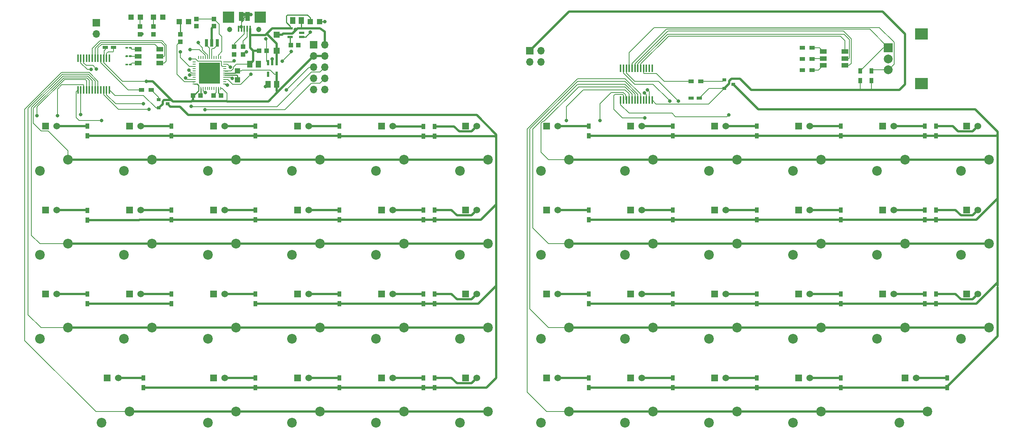
<source format=gbr>
%TF.GenerationSoftware,KiCad,Pcbnew,(5.1.8)-1*%
%TF.CreationDate,2021-03-07T17:47:22+01:00*%
%TF.ProjectId,splitboard,73706c69-7462-46f6-9172-642e6b696361,rev?*%
%TF.SameCoordinates,Original*%
%TF.FileFunction,Copper,L1,Top*%
%TF.FilePolarity,Positive*%
%FSLAX46Y46*%
G04 Gerber Fmt 4.6, Leading zero omitted, Abs format (unit mm)*
G04 Created by KiCad (PCBNEW (5.1.8)-1) date 2021-03-07 17:47:22*
%MOMM*%
%LPD*%
G01*
G04 APERTURE LIST*
%TA.AperFunction,SMDPad,CuDef*%
%ADD10R,0.900000X0.800000*%
%TD*%
%TA.AperFunction,SMDPad,CuDef*%
%ADD11R,1.500000X1.000000*%
%TD*%
%TA.AperFunction,ComponentPad*%
%ADD12C,2.200000*%
%TD*%
%TA.AperFunction,ComponentPad*%
%ADD13R,1.524000X1.524000*%
%TD*%
%TA.AperFunction,ComponentPad*%
%ADD14C,1.524000*%
%TD*%
%TA.AperFunction,SMDPad,CuDef*%
%ADD15R,0.450000X1.750000*%
%TD*%
%TA.AperFunction,ComponentPad*%
%ADD16R,1.700000X1.700000*%
%TD*%
%TA.AperFunction,ComponentPad*%
%ADD17O,1.700000X1.700000*%
%TD*%
%TA.AperFunction,SMDPad,CuDef*%
%ADD18R,1.200000X0.900000*%
%TD*%
%TA.AperFunction,SMDPad,CuDef*%
%ADD19R,0.900000X1.200000*%
%TD*%
%TA.AperFunction,SMDPad,CuDef*%
%ADD20R,1.200000X0.750000*%
%TD*%
%TA.AperFunction,ComponentPad*%
%ADD21R,2.000000X2.000000*%
%TD*%
%TA.AperFunction,ComponentPad*%
%ADD22C,2.000000*%
%TD*%
%TA.AperFunction,ComponentPad*%
%ADD23R,3.000000X2.500000*%
%TD*%
%TA.AperFunction,SMDPad,CuDef*%
%ADD24R,0.700000X1.700000*%
%TD*%
%TA.AperFunction,SMDPad,CuDef*%
%ADD25R,1.000000X2.000000*%
%TD*%
%TA.AperFunction,SMDPad,CuDef*%
%ADD26R,0.400000X1.350000*%
%TD*%
%TA.AperFunction,ComponentPad*%
%ADD27C,1.200000*%
%TD*%
%TA.AperFunction,ComponentPad*%
%ADD28R,2.500000X2.500000*%
%TD*%
%TA.AperFunction,SMDPad,CuDef*%
%ADD29R,0.550000X1.200000*%
%TD*%
%TA.AperFunction,SMDPad,CuDef*%
%ADD30R,1.200000X0.550000*%
%TD*%
%TA.AperFunction,SMDPad,CuDef*%
%ADD31R,1.000000X1.000000*%
%TD*%
%TA.AperFunction,SMDPad,CuDef*%
%ADD32R,1.000000X1.100000*%
%TD*%
%TA.AperFunction,SMDPad,CuDef*%
%ADD33R,1.100000X1.000000*%
%TD*%
%TA.AperFunction,SMDPad,CuDef*%
%ADD34R,1.200000X1.200000*%
%TD*%
%TA.AperFunction,SMDPad,CuDef*%
%ADD35R,4.700000X4.700000*%
%TD*%
%TA.AperFunction,SMDPad,CuDef*%
%ADD36R,0.250000X0.800000*%
%TD*%
%TA.AperFunction,SMDPad,CuDef*%
%ADD37R,0.800000X0.250000*%
%TD*%
%TA.AperFunction,SMDPad,CuDef*%
%ADD38R,1.400000X1.400000*%
%TD*%
%TA.AperFunction,SMDPad,CuDef*%
%ADD39R,1.300000X1.200000*%
%TD*%
%TA.AperFunction,SMDPad,CuDef*%
%ADD40R,1.300000X1.500000*%
%TD*%
%TA.AperFunction,ViaPad*%
%ADD41C,0.800000*%
%TD*%
%TA.AperFunction,Conductor*%
%ADD42C,0.200000*%
%TD*%
%TA.AperFunction,Conductor*%
%ADD43C,0.250000*%
%TD*%
%TA.AperFunction,Conductor*%
%ADD44C,0.500000*%
%TD*%
G04 APERTURE END LIST*
D10*
%TO.P,Q2,1*%
%TO.N,Net-(Q2-Pad1)*%
X176165000Y-75250000D03*
%TO.P,Q2,2*%
%TO.N,vcc1*%
X176165000Y-77150000D03*
%TO.P,Q2,3*%
%TO.N,Net-(Q2-Pad3)*%
X178165000Y-76200000D03*
%TD*%
%TO.P,R53,2*%
%TO.N,GND*%
%TA.AperFunction,SMDPad,CuDef*%
G36*
G01*
X40957500Y-71655000D02*
X40957500Y-71855000D01*
G75*
G02*
X40857500Y-71955000I-100000J0D01*
G01*
X40422500Y-71955000D01*
G75*
G02*
X40322500Y-71855000I0J100000D01*
G01*
X40322500Y-71655000D01*
G75*
G02*
X40422500Y-71555000I100000J0D01*
G01*
X40857500Y-71555000D01*
G75*
G02*
X40957500Y-71655000I0J-100000D01*
G01*
G37*
%TD.AperFunction*%
%TO.P,R53,1*%
%TO.N,Net-(D2-Pad3)*%
%TA.AperFunction,SMDPad,CuDef*%
G36*
G01*
X41772500Y-71655000D02*
X41772500Y-71855000D01*
G75*
G02*
X41672500Y-71955000I-100000J0D01*
G01*
X41237500Y-71955000D01*
G75*
G02*
X41137500Y-71855000I0J100000D01*
G01*
X41137500Y-71655000D01*
G75*
G02*
X41237500Y-71555000I100000J0D01*
G01*
X41672500Y-71555000D01*
G75*
G02*
X41772500Y-71655000I0J-100000D01*
G01*
G37*
%TD.AperFunction*%
%TD*%
%TO.P,R52,2*%
%TO.N,GND*%
%TA.AperFunction,SMDPad,CuDef*%
G36*
G01*
X40957500Y-69750000D02*
X40957500Y-69950000D01*
G75*
G02*
X40857500Y-70050000I-100000J0D01*
G01*
X40422500Y-70050000D01*
G75*
G02*
X40322500Y-69950000I0J100000D01*
G01*
X40322500Y-69750000D01*
G75*
G02*
X40422500Y-69650000I100000J0D01*
G01*
X40857500Y-69650000D01*
G75*
G02*
X40957500Y-69750000I0J-100000D01*
G01*
G37*
%TD.AperFunction*%
%TO.P,R52,1*%
%TO.N,Net-(D2-Pad2)*%
%TA.AperFunction,SMDPad,CuDef*%
G36*
G01*
X41772500Y-69750000D02*
X41772500Y-69950000D01*
G75*
G02*
X41672500Y-70050000I-100000J0D01*
G01*
X41237500Y-70050000D01*
G75*
G02*
X41137500Y-69950000I0J100000D01*
G01*
X41137500Y-69750000D01*
G75*
G02*
X41237500Y-69650000I100000J0D01*
G01*
X41672500Y-69650000D01*
G75*
G02*
X41772500Y-69750000I0J-100000D01*
G01*
G37*
%TD.AperFunction*%
%TD*%
%TO.P,R51,2*%
%TO.N,GND*%
%TA.AperFunction,SMDPad,CuDef*%
G36*
G01*
X40957500Y-67845000D02*
X40957500Y-68045000D01*
G75*
G02*
X40857500Y-68145000I-100000J0D01*
G01*
X40422500Y-68145000D01*
G75*
G02*
X40322500Y-68045000I0J100000D01*
G01*
X40322500Y-67845000D01*
G75*
G02*
X40422500Y-67745000I100000J0D01*
G01*
X40857500Y-67745000D01*
G75*
G02*
X40957500Y-67845000I0J-100000D01*
G01*
G37*
%TD.AperFunction*%
%TO.P,R51,1*%
%TO.N,Net-(D2-Pad1)*%
%TA.AperFunction,SMDPad,CuDef*%
G36*
G01*
X41772500Y-67845000D02*
X41772500Y-68045000D01*
G75*
G02*
X41672500Y-68145000I-100000J0D01*
G01*
X41237500Y-68145000D01*
G75*
G02*
X41137500Y-68045000I0J100000D01*
G01*
X41137500Y-67845000D01*
G75*
G02*
X41237500Y-67745000I100000J0D01*
G01*
X41672500Y-67745000D01*
G75*
G02*
X41772500Y-67845000I0J-100000D01*
G01*
G37*
%TD.AperFunction*%
%TD*%
D11*
%TO.P,D2,1*%
%TO.N,Net-(D2-Pad1)*%
X43270000Y-68250000D03*
%TO.P,D2,2*%
%TO.N,Net-(D2-Pad2)*%
X43270000Y-69850000D03*
%TO.P,D2,3*%
%TO.N,Net-(D2-Pad3)*%
X43270000Y-71450000D03*
%TO.P,D2,6*%
%TO.N,Net-(D2-Pad6)*%
X48170000Y-68250000D03*
%TO.P,D2,5*%
%TO.N,Net-(D2-Pad5)*%
X48170000Y-69850000D03*
%TO.P,D2,4*%
%TO.N,Net-(D2-Pad4)*%
X48170000Y-71450000D03*
%TD*%
D12*
%TO.P,SW44,1*%
%TO.N,Net-(SW41-Pad1)*%
X215900000Y-153035000D03*
%TO.P,SW44,2*%
%TO.N,Net-(SW28-Pad2)*%
X222250000Y-150495000D03*
D13*
%TO.P,SW44,3*%
%TO.N,gnd1*%
X217170000Y-142875000D03*
D14*
%TO.P,SW44,4*%
%TO.N,Net-(R44-Pad1)*%
X219710000Y-142875000D03*
%TD*%
D12*
%TO.P,SW5,1*%
%TO.N,Net-(SW5-Pad1)*%
X40005000Y-95885000D03*
%TO.P,SW5,2*%
%TO.N,Net-(SW1-Pad2)*%
X46355000Y-93345000D03*
D13*
%TO.P,SW5,3*%
%TO.N,GND*%
X41275000Y-85725000D03*
D14*
%TO.P,SW5,4*%
%TO.N,Net-(R5-Pad1)*%
X43815000Y-85725000D03*
%TD*%
D12*
%TO.P,SW1,1*%
%TO.N,Net-(SW1-Pad1)*%
X20955000Y-95885000D03*
%TO.P,SW1,2*%
%TO.N,Net-(SW1-Pad2)*%
X27305000Y-93345000D03*
D13*
%TO.P,SW1,3*%
%TO.N,GND*%
X22225000Y-85725000D03*
D14*
%TO.P,SW1,4*%
%TO.N,Net-(R1-Pad1)*%
X24765000Y-85725000D03*
%TD*%
D12*
%TO.P,SW22,1*%
%TO.N,Net-(SW21-Pad1)*%
X116205000Y-114935000D03*
%TO.P,SW22,2*%
%TO.N,Net-(SW10-Pad2)*%
X122555000Y-112395000D03*
D13*
%TO.P,SW22,3*%
%TO.N,GND*%
X117475000Y-104775000D03*
D14*
%TO.P,SW22,4*%
%TO.N,Net-(R22-Pad1)*%
X120015000Y-104775000D03*
%TD*%
D12*
%TO.P,SW3,1*%
%TO.N,Net-(SW1-Pad1)*%
X20955000Y-133985000D03*
%TO.P,SW3,2*%
%TO.N,Net-(SW11-Pad2)*%
X27305000Y-131445000D03*
D13*
%TO.P,SW3,3*%
%TO.N,GND*%
X22225000Y-123825000D03*
D14*
%TO.P,SW3,4*%
%TO.N,Net-(R3-Pad1)*%
X24765000Y-123825000D03*
%TD*%
D12*
%TO.P,SW24,1*%
%TO.N,Net-(SW21-Pad1)*%
X116205000Y-153035000D03*
%TO.P,SW24,2*%
%TO.N,Net-(SW12-Pad2)*%
X122555000Y-150495000D03*
D13*
%TO.P,SW24,3*%
%TO.N,GND*%
X117475000Y-142875000D03*
D14*
%TO.P,SW24,4*%
%TO.N,Net-(R24-Pad1)*%
X120015000Y-142875000D03*
%TD*%
D12*
%TO.P,SW19,1*%
%TO.N,Net-(SW17-Pad1)*%
X97155000Y-133985000D03*
%TO.P,SW19,2*%
%TO.N,Net-(SW11-Pad2)*%
X103505000Y-131445000D03*
D13*
%TO.P,SW19,3*%
%TO.N,GND*%
X98425000Y-123825000D03*
D14*
%TO.P,SW19,4*%
%TO.N,Net-(R19-Pad1)*%
X100965000Y-123825000D03*
%TD*%
D12*
%TO.P,SW15,1*%
%TO.N,Net-(SW13-Pad1)*%
X78105000Y-133985000D03*
%TO.P,SW15,2*%
%TO.N,Net-(SW11-Pad2)*%
X84455000Y-131445000D03*
D13*
%TO.P,SW15,3*%
%TO.N,GND*%
X79375000Y-123825000D03*
D14*
%TO.P,SW15,4*%
%TO.N,Net-(R15-Pad1)*%
X81915000Y-123825000D03*
%TD*%
D12*
%TO.P,SW47,1*%
%TO.N,Net-(SW45-Pad1)*%
X229870000Y-133985000D03*
%TO.P,SW47,2*%
%TO.N,Net-(SW27-Pad2)*%
X236220000Y-131445000D03*
D13*
%TO.P,SW47,3*%
%TO.N,gnd1*%
X231140000Y-123825000D03*
D14*
%TO.P,SW47,4*%
%TO.N,Net-(R47-Pad1)*%
X233680000Y-123825000D03*
%TD*%
D12*
%TO.P,SW46,1*%
%TO.N,Net-(SW45-Pad1)*%
X229870000Y-114935000D03*
%TO.P,SW46,2*%
%TO.N,Net-(SW26-Pad2)*%
X236220000Y-112395000D03*
D13*
%TO.P,SW46,3*%
%TO.N,gnd1*%
X231140000Y-104775000D03*
D14*
%TO.P,SW46,4*%
%TO.N,Net-(R46-Pad1)*%
X233680000Y-104775000D03*
%TD*%
D12*
%TO.P,SW45,1*%
%TO.N,Net-(SW45-Pad1)*%
X229870000Y-95885000D03*
%TO.P,SW45,2*%
%TO.N,Net-(SW25-Pad2)*%
X236220000Y-93345000D03*
D13*
%TO.P,SW45,3*%
%TO.N,gnd1*%
X231140000Y-85725000D03*
D14*
%TO.P,SW45,4*%
%TO.N,Net-(R45-Pad1)*%
X233680000Y-85725000D03*
%TD*%
D12*
%TO.P,SW43,1*%
%TO.N,Net-(SW41-Pad1)*%
X210820000Y-133985000D03*
%TO.P,SW43,2*%
%TO.N,Net-(SW27-Pad2)*%
X217170000Y-131445000D03*
D13*
%TO.P,SW43,3*%
%TO.N,gnd1*%
X212090000Y-123825000D03*
D14*
%TO.P,SW43,4*%
%TO.N,Net-(R43-Pad1)*%
X214630000Y-123825000D03*
%TD*%
D12*
%TO.P,SW42,1*%
%TO.N,Net-(SW41-Pad1)*%
X210820000Y-114935000D03*
%TO.P,SW42,2*%
%TO.N,Net-(SW26-Pad2)*%
X217170000Y-112395000D03*
D13*
%TO.P,SW42,3*%
%TO.N,gnd1*%
X212090000Y-104775000D03*
D14*
%TO.P,SW42,4*%
%TO.N,Net-(R42-Pad1)*%
X214630000Y-104775000D03*
%TD*%
D12*
%TO.P,SW41,1*%
%TO.N,Net-(SW41-Pad1)*%
X210820000Y-95885000D03*
%TO.P,SW41,2*%
%TO.N,Net-(SW25-Pad2)*%
X217170000Y-93345000D03*
D13*
%TO.P,SW41,3*%
%TO.N,gnd1*%
X212090000Y-85725000D03*
D14*
%TO.P,SW41,4*%
%TO.N,Net-(R41-Pad1)*%
X214630000Y-85725000D03*
%TD*%
D12*
%TO.P,SW40,1*%
%TO.N,Net-(SW37-Pad1)*%
X191770000Y-153035000D03*
%TO.P,SW40,2*%
%TO.N,Net-(SW28-Pad2)*%
X198120000Y-150495000D03*
D13*
%TO.P,SW40,3*%
%TO.N,gnd1*%
X193040000Y-142875000D03*
D14*
%TO.P,SW40,4*%
%TO.N,Net-(R40-Pad1)*%
X195580000Y-142875000D03*
%TD*%
D12*
%TO.P,SW39,1*%
%TO.N,Net-(SW37-Pad1)*%
X191770000Y-133985000D03*
%TO.P,SW39,2*%
%TO.N,Net-(SW27-Pad2)*%
X198120000Y-131445000D03*
D13*
%TO.P,SW39,3*%
%TO.N,gnd1*%
X193040000Y-123825000D03*
D14*
%TO.P,SW39,4*%
%TO.N,Net-(R39-Pad1)*%
X195580000Y-123825000D03*
%TD*%
D12*
%TO.P,SW38,1*%
%TO.N,Net-(SW37-Pad1)*%
X191770000Y-114935000D03*
%TO.P,SW38,2*%
%TO.N,Net-(SW26-Pad2)*%
X198120000Y-112395000D03*
D13*
%TO.P,SW38,3*%
%TO.N,gnd1*%
X193040000Y-104775000D03*
D14*
%TO.P,SW38,4*%
%TO.N,Net-(R38-Pad1)*%
X195580000Y-104775000D03*
%TD*%
D12*
%TO.P,SW37,1*%
%TO.N,Net-(SW37-Pad1)*%
X191770000Y-95885000D03*
%TO.P,SW37,2*%
%TO.N,Net-(SW25-Pad2)*%
X198120000Y-93345000D03*
D13*
%TO.P,SW37,3*%
%TO.N,gnd1*%
X193040000Y-85725000D03*
D14*
%TO.P,SW37,4*%
%TO.N,Net-(R37-Pad1)*%
X195580000Y-85725000D03*
%TD*%
D12*
%TO.P,SW36,1*%
%TO.N,Net-(SW33-Pad1)*%
X172720000Y-153035000D03*
%TO.P,SW36,2*%
%TO.N,Net-(SW28-Pad2)*%
X179070000Y-150495000D03*
D13*
%TO.P,SW36,3*%
%TO.N,gnd1*%
X173990000Y-142875000D03*
D14*
%TO.P,SW36,4*%
%TO.N,Net-(R36-Pad1)*%
X176530000Y-142875000D03*
%TD*%
D12*
%TO.P,SW35,1*%
%TO.N,Net-(SW33-Pad1)*%
X172720000Y-133985000D03*
%TO.P,SW35,2*%
%TO.N,Net-(SW27-Pad2)*%
X179070000Y-131445000D03*
D13*
%TO.P,SW35,3*%
%TO.N,gnd1*%
X173990000Y-123825000D03*
D14*
%TO.P,SW35,4*%
%TO.N,Net-(R35-Pad1)*%
X176530000Y-123825000D03*
%TD*%
D12*
%TO.P,SW34,1*%
%TO.N,Net-(SW33-Pad1)*%
X172720000Y-114935000D03*
%TO.P,SW34,2*%
%TO.N,Net-(SW26-Pad2)*%
X179070000Y-112395000D03*
D13*
%TO.P,SW34,3*%
%TO.N,gnd1*%
X173990000Y-104775000D03*
D14*
%TO.P,SW34,4*%
%TO.N,Net-(R34-Pad1)*%
X176530000Y-104775000D03*
%TD*%
D12*
%TO.P,SW33,1*%
%TO.N,Net-(SW33-Pad1)*%
X172720000Y-95885000D03*
%TO.P,SW33,2*%
%TO.N,Net-(SW25-Pad2)*%
X179070000Y-93345000D03*
D13*
%TO.P,SW33,3*%
%TO.N,gnd1*%
X173990000Y-85725000D03*
D14*
%TO.P,SW33,4*%
%TO.N,Net-(R33-Pad1)*%
X176530000Y-85725000D03*
%TD*%
D12*
%TO.P,SW32,1*%
%TO.N,Net-(SW29-Pad1)*%
X153670000Y-153035000D03*
%TO.P,SW32,2*%
%TO.N,Net-(SW28-Pad2)*%
X160020000Y-150495000D03*
D13*
%TO.P,SW32,3*%
%TO.N,gnd1*%
X154940000Y-142875000D03*
D14*
%TO.P,SW32,4*%
%TO.N,Net-(R32-Pad1)*%
X157480000Y-142875000D03*
%TD*%
D12*
%TO.P,SW31,1*%
%TO.N,Net-(SW29-Pad1)*%
X153670000Y-133985000D03*
%TO.P,SW31,2*%
%TO.N,Net-(SW27-Pad2)*%
X160020000Y-131445000D03*
D13*
%TO.P,SW31,3*%
%TO.N,gnd1*%
X154940000Y-123825000D03*
D14*
%TO.P,SW31,4*%
%TO.N,Net-(R31-Pad1)*%
X157480000Y-123825000D03*
%TD*%
D12*
%TO.P,SW30,1*%
%TO.N,Net-(SW29-Pad1)*%
X153670000Y-114935000D03*
%TO.P,SW30,2*%
%TO.N,Net-(SW26-Pad2)*%
X160020000Y-112395000D03*
D13*
%TO.P,SW30,3*%
%TO.N,gnd1*%
X154940000Y-104775000D03*
D14*
%TO.P,SW30,4*%
%TO.N,Net-(R30-Pad1)*%
X157480000Y-104775000D03*
%TD*%
D12*
%TO.P,SW29,1*%
%TO.N,Net-(SW29-Pad1)*%
X153670000Y-95885000D03*
%TO.P,SW29,2*%
%TO.N,Net-(SW25-Pad2)*%
X160020000Y-93345000D03*
D13*
%TO.P,SW29,3*%
%TO.N,gnd1*%
X154940000Y-85725000D03*
D14*
%TO.P,SW29,4*%
%TO.N,Net-(R29-Pad1)*%
X157480000Y-85725000D03*
%TD*%
D12*
%TO.P,SW28,1*%
%TO.N,Net-(SW25-Pad1)*%
X134620000Y-153035000D03*
%TO.P,SW28,2*%
%TO.N,Net-(SW28-Pad2)*%
X140970000Y-150495000D03*
D13*
%TO.P,SW28,3*%
%TO.N,gnd1*%
X135890000Y-142875000D03*
D14*
%TO.P,SW28,4*%
%TO.N,Net-(R28-Pad1)*%
X138430000Y-142875000D03*
%TD*%
D12*
%TO.P,SW27,1*%
%TO.N,Net-(SW25-Pad1)*%
X134620000Y-133985000D03*
%TO.P,SW27,2*%
%TO.N,Net-(SW27-Pad2)*%
X140970000Y-131445000D03*
D13*
%TO.P,SW27,3*%
%TO.N,gnd1*%
X135890000Y-123825000D03*
D14*
%TO.P,SW27,4*%
%TO.N,Net-(R27-Pad1)*%
X138430000Y-123825000D03*
%TD*%
D12*
%TO.P,SW26,1*%
%TO.N,Net-(SW25-Pad1)*%
X134620000Y-114935000D03*
%TO.P,SW26,2*%
%TO.N,Net-(SW26-Pad2)*%
X140970000Y-112395000D03*
D13*
%TO.P,SW26,3*%
%TO.N,gnd1*%
X135890000Y-104775000D03*
D14*
%TO.P,SW26,4*%
%TO.N,Net-(R26-Pad1)*%
X138430000Y-104775000D03*
%TD*%
D12*
%TO.P,SW25,1*%
%TO.N,Net-(SW25-Pad1)*%
X134620000Y-95885000D03*
%TO.P,SW25,2*%
%TO.N,Net-(SW25-Pad2)*%
X140970000Y-93345000D03*
D13*
%TO.P,SW25,3*%
%TO.N,gnd1*%
X135890000Y-85725000D03*
D14*
%TO.P,SW25,4*%
%TO.N,Net-(R25-Pad1)*%
X138430000Y-85725000D03*
%TD*%
D12*
%TO.P,SW23,1*%
%TO.N,Net-(SW21-Pad1)*%
X116205000Y-133985000D03*
%TO.P,SW23,2*%
%TO.N,Net-(SW11-Pad2)*%
X122555000Y-131445000D03*
D13*
%TO.P,SW23,3*%
%TO.N,GND*%
X117475000Y-123825000D03*
D14*
%TO.P,SW23,4*%
%TO.N,Net-(R23-Pad1)*%
X120015000Y-123825000D03*
%TD*%
D12*
%TO.P,SW21,1*%
%TO.N,Net-(SW21-Pad1)*%
X116205000Y-95885000D03*
%TO.P,SW21,2*%
%TO.N,Net-(SW1-Pad2)*%
X122555000Y-93345000D03*
D13*
%TO.P,SW21,3*%
%TO.N,GND*%
X117475000Y-85725000D03*
D14*
%TO.P,SW21,4*%
%TO.N,Net-(R21-Pad1)*%
X120015000Y-85725000D03*
%TD*%
D12*
%TO.P,SW20,1*%
%TO.N,Net-(SW17-Pad1)*%
X97155000Y-153035000D03*
%TO.P,SW20,2*%
%TO.N,Net-(SW12-Pad2)*%
X103505000Y-150495000D03*
D13*
%TO.P,SW20,3*%
%TO.N,GND*%
X98425000Y-142875000D03*
D14*
%TO.P,SW20,4*%
%TO.N,Net-(R20-Pad1)*%
X100965000Y-142875000D03*
%TD*%
D12*
%TO.P,SW18,1*%
%TO.N,Net-(SW17-Pad1)*%
X97155000Y-114935000D03*
%TO.P,SW18,2*%
%TO.N,Net-(SW10-Pad2)*%
X103505000Y-112395000D03*
D13*
%TO.P,SW18,3*%
%TO.N,GND*%
X98425000Y-104775000D03*
D14*
%TO.P,SW18,4*%
%TO.N,Net-(R18-Pad1)*%
X100965000Y-104775000D03*
%TD*%
D12*
%TO.P,SW17,1*%
%TO.N,Net-(SW17-Pad1)*%
X97155000Y-95885000D03*
%TO.P,SW17,2*%
%TO.N,Net-(SW1-Pad2)*%
X103505000Y-93345000D03*
D13*
%TO.P,SW17,3*%
%TO.N,GND*%
X98425000Y-85725000D03*
D14*
%TO.P,SW17,4*%
%TO.N,Net-(R17-Pad1)*%
X100965000Y-85725000D03*
%TD*%
D12*
%TO.P,SW16,1*%
%TO.N,Net-(SW13-Pad1)*%
X78105000Y-153035000D03*
%TO.P,SW16,2*%
%TO.N,Net-(SW12-Pad2)*%
X84455000Y-150495000D03*
D13*
%TO.P,SW16,3*%
%TO.N,GND*%
X79375000Y-142875000D03*
D14*
%TO.P,SW16,4*%
%TO.N,Net-(R16-Pad1)*%
X81915000Y-142875000D03*
%TD*%
D12*
%TO.P,SW14,1*%
%TO.N,Net-(SW13-Pad1)*%
X78105000Y-114935000D03*
%TO.P,SW14,2*%
%TO.N,Net-(SW10-Pad2)*%
X84455000Y-112395000D03*
D13*
%TO.P,SW14,3*%
%TO.N,GND*%
X79375000Y-104775000D03*
D14*
%TO.P,SW14,4*%
%TO.N,Net-(R14-Pad1)*%
X81915000Y-104775000D03*
%TD*%
D12*
%TO.P,SW13,1*%
%TO.N,Net-(SW13-Pad1)*%
X78105000Y-95885000D03*
%TO.P,SW13,2*%
%TO.N,Net-(SW1-Pad2)*%
X84455000Y-93345000D03*
D13*
%TO.P,SW13,3*%
%TO.N,GND*%
X79375000Y-85725000D03*
D14*
%TO.P,SW13,4*%
%TO.N,Net-(R13-Pad1)*%
X81915000Y-85725000D03*
%TD*%
D12*
%TO.P,SW12,1*%
%TO.N,Net-(SW10-Pad1)*%
X59055000Y-153035000D03*
%TO.P,SW12,2*%
%TO.N,Net-(SW12-Pad2)*%
X65405000Y-150495000D03*
D13*
%TO.P,SW12,3*%
%TO.N,GND*%
X60325000Y-142875000D03*
D14*
%TO.P,SW12,4*%
%TO.N,Net-(R12-Pad1)*%
X62865000Y-142875000D03*
%TD*%
D12*
%TO.P,SW11,1*%
%TO.N,Net-(SW10-Pad1)*%
X59055000Y-133985000D03*
%TO.P,SW11,2*%
%TO.N,Net-(SW11-Pad2)*%
X65405000Y-131445000D03*
D13*
%TO.P,SW11,3*%
%TO.N,GND*%
X60325000Y-123825000D03*
D14*
%TO.P,SW11,4*%
%TO.N,Net-(R11-Pad1)*%
X62865000Y-123825000D03*
%TD*%
D12*
%TO.P,SW10,1*%
%TO.N,Net-(SW10-Pad1)*%
X59055000Y-114935000D03*
%TO.P,SW10,2*%
%TO.N,Net-(SW10-Pad2)*%
X65405000Y-112395000D03*
D13*
%TO.P,SW10,3*%
%TO.N,GND*%
X60325000Y-104775000D03*
D14*
%TO.P,SW10,4*%
%TO.N,Net-(R10-Pad1)*%
X62865000Y-104775000D03*
%TD*%
D12*
%TO.P,SW9,1*%
%TO.N,Net-(SW10-Pad1)*%
X59055000Y-95885000D03*
%TO.P,SW9,2*%
%TO.N,Net-(SW1-Pad2)*%
X65405000Y-93345000D03*
D13*
%TO.P,SW9,3*%
%TO.N,GND*%
X60325000Y-85725000D03*
D14*
%TO.P,SW9,4*%
%TO.N,Net-(R9-Pad1)*%
X62865000Y-85725000D03*
%TD*%
D12*
%TO.P,SW8,1*%
%TO.N,Net-(SW5-Pad1)*%
X34925000Y-153035000D03*
%TO.P,SW8,2*%
%TO.N,Net-(SW12-Pad2)*%
X41275000Y-150495000D03*
D13*
%TO.P,SW8,3*%
%TO.N,GND*%
X36195000Y-142875000D03*
D14*
%TO.P,SW8,4*%
%TO.N,Net-(R8-Pad1)*%
X38735000Y-142875000D03*
%TD*%
D12*
%TO.P,SW7,1*%
%TO.N,Net-(SW5-Pad1)*%
X40005000Y-133985000D03*
%TO.P,SW7,2*%
%TO.N,Net-(SW11-Pad2)*%
X46355000Y-131445000D03*
D13*
%TO.P,SW7,3*%
%TO.N,GND*%
X41275000Y-123825000D03*
D14*
%TO.P,SW7,4*%
%TO.N,Net-(R7-Pad1)*%
X43815000Y-123825000D03*
%TD*%
D12*
%TO.P,SW6,1*%
%TO.N,Net-(SW5-Pad1)*%
X40005000Y-114935000D03*
%TO.P,SW6,2*%
%TO.N,Net-(SW10-Pad2)*%
X46355000Y-112395000D03*
D13*
%TO.P,SW6,3*%
%TO.N,GND*%
X41275000Y-104775000D03*
D14*
%TO.P,SW6,4*%
%TO.N,Net-(R6-Pad1)*%
X43815000Y-104775000D03*
%TD*%
D12*
%TO.P,SW2,1*%
%TO.N,Net-(SW1-Pad1)*%
X20955000Y-114935000D03*
%TO.P,SW2,2*%
%TO.N,Net-(SW10-Pad2)*%
X27305000Y-112395000D03*
D13*
%TO.P,SW2,3*%
%TO.N,GND*%
X22225000Y-104775000D03*
D14*
%TO.P,SW2,4*%
%TO.N,Net-(R2-Pad1)*%
X24765000Y-104775000D03*
%TD*%
D15*
%TO.P,U1,24*%
%TO.N,+3V3*%
X36722000Y-77514000D03*
%TO.P,U1,23*%
%TO.N,sda*%
X36072000Y-77514000D03*
%TO.P,U1,22*%
%TO.N,scl*%
X35422000Y-77514000D03*
%TO.P,U1,21*%
%TO.N,GND*%
X34772000Y-77514000D03*
%TO.P,U1,20*%
%TO.N,Net-(SW12-Pad2)*%
X34122000Y-77514000D03*
%TO.P,U1,19*%
%TO.N,Net-(SW11-Pad2)*%
X33472000Y-77514000D03*
%TO.P,U1,18*%
%TO.N,Net-(SW10-Pad2)*%
X32822000Y-77514000D03*
%TO.P,U1,17*%
%TO.N,Net-(SW1-Pad2)*%
X32172000Y-77514000D03*
%TO.P,U1,16*%
%TO.N,Net-(SW1-Pad1)*%
X31522000Y-77514000D03*
%TO.P,U1,15*%
%TO.N,Net-(SW5-Pad1)*%
X30872000Y-77514000D03*
%TO.P,U1,14*%
%TO.N,Net-(SW10-Pad1)*%
X30222000Y-77514000D03*
%TO.P,U1,13*%
%TO.N,Net-(SW13-Pad1)*%
X29572000Y-77514000D03*
%TO.P,U1,12*%
%TO.N,GND*%
X29572000Y-70314000D03*
%TO.P,U1,11*%
%TO.N,Net-(SW17-Pad1)*%
X30222000Y-70314000D03*
%TO.P,U1,10*%
%TO.N,Net-(SW21-Pad1)*%
X30872000Y-70314000D03*
%TO.P,U1,9*%
%TO.N,Net-(U1-Pad9)*%
X31522000Y-70314000D03*
%TO.P,U1,8*%
%TO.N,Net-(U1-Pad8)*%
X32172000Y-70314000D03*
%TO.P,U1,7*%
%TO.N,Net-(D2-Pad4)*%
X32822000Y-70314000D03*
%TO.P,U1,6*%
%TO.N,Net-(D2-Pad5)*%
X33472000Y-70314000D03*
%TO.P,U1,5*%
%TO.N,Net-(D2-Pad6)*%
X34122000Y-70314000D03*
%TO.P,U1,4*%
%TO.N,Net-(R4-Pad2)*%
X34772000Y-70314000D03*
%TO.P,U1,3*%
%TO.N,+3V3*%
X35422000Y-70314000D03*
%TO.P,U1,2*%
%TO.N,GND*%
X36072000Y-70314000D03*
%TO.P,U1,1*%
%TO.N,Net-(U1-Pad1)*%
X36722000Y-70314000D03*
%TD*%
D16*
%TO.P,J1,1*%
%TO.N,GND*%
X83058000Y-67246500D03*
D17*
%TO.P,J1,2*%
%TO.N,VBAT*%
X85598000Y-67246500D03*
%TO.P,J1,3*%
%TO.N,+3V3*%
X83058000Y-69786500D03*
%TO.P,J1,4*%
X85598000Y-69786500D03*
%TO.P,J1,5*%
%TO.N,/A0*%
X83058000Y-72326500D03*
%TO.P,J1,6*%
%TO.N,sda*%
X85598000Y-72326500D03*
%TO.P,J1,7*%
%TO.N,/5*%
X83058000Y-74866500D03*
%TO.P,J1,8*%
%TO.N,scl*%
X85598000Y-74866500D03*
%TO.P,J1,9*%
%TO.N,GND*%
X83058000Y-77406500D03*
%TO.P,J1,10*%
X85598000Y-77406500D03*
%TD*%
D18*
%TO.P,R58,1*%
%TO.N,gnd1*%
X193845000Y-73025000D03*
%TO.P,R58,2*%
%TO.N,Net-(D1-Pad3)*%
X196045000Y-73025000D03*
%TD*%
%TO.P,R57,1*%
%TO.N,gnd1*%
X193845000Y-70485000D03*
%TO.P,R57,2*%
%TO.N,Net-(D1-Pad2)*%
X196045000Y-70485000D03*
%TD*%
%TO.P,R56,1*%
%TO.N,gnd1*%
X193845000Y-67945000D03*
%TO.P,R56,2*%
%TO.N,Net-(D1-Pad1)*%
X196045000Y-67945000D03*
%TD*%
D19*
%TO.P,R47,1*%
%TO.N,Net-(R47-Pad1)*%
X224155000Y-123825000D03*
%TO.P,R47,2*%
%TO.N,Net-(Q2-Pad3)*%
X224155000Y-126025000D03*
%TD*%
%TO.P,R46,1*%
%TO.N,Net-(R46-Pad1)*%
X224155000Y-104775000D03*
%TO.P,R46,2*%
%TO.N,Net-(Q2-Pad3)*%
X224155000Y-106975000D03*
%TD*%
%TO.P,R45,1*%
%TO.N,Net-(R45-Pad1)*%
X224155000Y-85725000D03*
%TO.P,R45,2*%
%TO.N,Net-(Q2-Pad3)*%
X224155000Y-87925000D03*
%TD*%
%TO.P,R44,1*%
%TO.N,Net-(R44-Pad1)*%
X226695000Y-142875000D03*
%TO.P,R44,2*%
%TO.N,Net-(Q2-Pad3)*%
X226695000Y-145075000D03*
%TD*%
%TO.P,R43,1*%
%TO.N,Net-(R43-Pad1)*%
X221615000Y-123825000D03*
%TO.P,R43,2*%
%TO.N,Net-(Q2-Pad3)*%
X221615000Y-126025000D03*
%TD*%
%TO.P,R42,1*%
%TO.N,Net-(R42-Pad1)*%
X221615000Y-104775000D03*
%TO.P,R42,2*%
%TO.N,Net-(Q2-Pad3)*%
X221615000Y-106975000D03*
%TD*%
%TO.P,R41,1*%
%TO.N,Net-(R41-Pad1)*%
X221615000Y-85725000D03*
%TO.P,R41,2*%
%TO.N,Net-(Q2-Pad3)*%
X221615000Y-87925000D03*
%TD*%
%TO.P,R40,1*%
%TO.N,Net-(R40-Pad1)*%
X202565000Y-142875000D03*
%TO.P,R40,2*%
%TO.N,Net-(Q2-Pad3)*%
X202565000Y-145075000D03*
%TD*%
%TO.P,R39,1*%
%TO.N,Net-(R39-Pad1)*%
X202565000Y-123825000D03*
%TO.P,R39,2*%
%TO.N,Net-(Q2-Pad3)*%
X202565000Y-126025000D03*
%TD*%
%TO.P,R38,1*%
%TO.N,Net-(R38-Pad1)*%
X202565000Y-104775000D03*
%TO.P,R38,2*%
%TO.N,Net-(Q2-Pad3)*%
X202565000Y-106975000D03*
%TD*%
%TO.P,R37,1*%
%TO.N,Net-(R37-Pad1)*%
X202565000Y-85725000D03*
%TO.P,R37,2*%
%TO.N,Net-(Q2-Pad3)*%
X202565000Y-87925000D03*
%TD*%
%TO.P,R36,1*%
%TO.N,Net-(R36-Pad1)*%
X183515000Y-142875000D03*
%TO.P,R36,2*%
%TO.N,Net-(Q2-Pad3)*%
X183515000Y-145075000D03*
%TD*%
%TO.P,R35,1*%
%TO.N,Net-(R35-Pad1)*%
X183515000Y-123825000D03*
%TO.P,R35,2*%
%TO.N,Net-(Q2-Pad3)*%
X183515000Y-126025000D03*
%TD*%
%TO.P,R34,1*%
%TO.N,Net-(R34-Pad1)*%
X183515000Y-104775000D03*
%TO.P,R34,2*%
%TO.N,Net-(Q2-Pad3)*%
X183515000Y-106975000D03*
%TD*%
%TO.P,R33,1*%
%TO.N,Net-(R33-Pad1)*%
X183515000Y-85725000D03*
%TO.P,R33,2*%
%TO.N,Net-(Q2-Pad3)*%
X183515000Y-87925000D03*
%TD*%
%TO.P,R32,1*%
%TO.N,Net-(R32-Pad1)*%
X164465000Y-142875000D03*
%TO.P,R32,2*%
%TO.N,Net-(Q2-Pad3)*%
X164465000Y-145075000D03*
%TD*%
%TO.P,R31,1*%
%TO.N,Net-(R31-Pad1)*%
X164465000Y-123825000D03*
%TO.P,R31,2*%
%TO.N,Net-(Q2-Pad3)*%
X164465000Y-126025000D03*
%TD*%
%TO.P,R30,1*%
%TO.N,Net-(R30-Pad1)*%
X164465000Y-104775000D03*
%TO.P,R30,2*%
%TO.N,Net-(Q2-Pad3)*%
X164465000Y-106975000D03*
%TD*%
%TO.P,R29,1*%
%TO.N,Net-(R29-Pad1)*%
X164465000Y-85725000D03*
%TO.P,R29,2*%
%TO.N,Net-(Q2-Pad3)*%
X164465000Y-87925000D03*
%TD*%
%TO.P,R28,1*%
%TO.N,Net-(R28-Pad1)*%
X145415000Y-142875000D03*
%TO.P,R28,2*%
%TO.N,Net-(Q2-Pad3)*%
X145415000Y-145075000D03*
%TD*%
%TO.P,R27,1*%
%TO.N,Net-(R27-Pad1)*%
X145415000Y-123825000D03*
%TO.P,R27,2*%
%TO.N,Net-(Q2-Pad3)*%
X145415000Y-126025000D03*
%TD*%
%TO.P,R26,1*%
%TO.N,Net-(R26-Pad1)*%
X145415000Y-104775000D03*
%TO.P,R26,2*%
%TO.N,Net-(Q2-Pad3)*%
X145415000Y-106975000D03*
%TD*%
%TO.P,R25,1*%
%TO.N,Net-(R25-Pad1)*%
X145415000Y-85725000D03*
%TO.P,R25,2*%
%TO.N,Net-(Q2-Pad3)*%
X145415000Y-87925000D03*
%TD*%
%TO.P,R24,1*%
%TO.N,Net-(R24-Pad1)*%
X110490000Y-142875000D03*
%TO.P,R24,2*%
%TO.N,Net-(Q1-Pad3)*%
X110490000Y-145075000D03*
%TD*%
%TO.P,R23,1*%
%TO.N,Net-(R23-Pad1)*%
X110490000Y-123825000D03*
%TO.P,R23,2*%
%TO.N,Net-(Q1-Pad3)*%
X110490000Y-126025000D03*
%TD*%
%TO.P,R22,1*%
%TO.N,Net-(R22-Pad1)*%
X110490000Y-104775000D03*
%TO.P,R22,2*%
%TO.N,Net-(Q1-Pad3)*%
X110490000Y-106975000D03*
%TD*%
%TO.P,R21,1*%
%TO.N,Net-(R21-Pad1)*%
X110490000Y-85768000D03*
%TO.P,R21,2*%
%TO.N,Net-(Q1-Pad3)*%
X110490000Y-87968000D03*
%TD*%
%TO.P,R20,1*%
%TO.N,Net-(R20-Pad1)*%
X107950000Y-142875000D03*
%TO.P,R20,2*%
%TO.N,Net-(Q1-Pad3)*%
X107950000Y-145075000D03*
%TD*%
%TO.P,R19,1*%
%TO.N,Net-(R19-Pad1)*%
X107950000Y-123825000D03*
%TO.P,R19,2*%
%TO.N,Net-(Q1-Pad3)*%
X107950000Y-126025000D03*
%TD*%
%TO.P,R18,1*%
%TO.N,Net-(R18-Pad1)*%
X107950000Y-104775000D03*
%TO.P,R18,2*%
%TO.N,Net-(Q1-Pad3)*%
X107950000Y-106975000D03*
%TD*%
%TO.P,R17,1*%
%TO.N,Net-(R17-Pad1)*%
X107950000Y-85768000D03*
%TO.P,R17,2*%
%TO.N,Net-(Q1-Pad3)*%
X107950000Y-87968000D03*
%TD*%
%TO.P,R16,1*%
%TO.N,Net-(R16-Pad1)*%
X88900000Y-142875000D03*
%TO.P,R16,2*%
%TO.N,Net-(Q1-Pad3)*%
X88900000Y-145075000D03*
%TD*%
%TO.P,R15,1*%
%TO.N,Net-(R15-Pad1)*%
X88900000Y-123825000D03*
%TO.P,R15,2*%
%TO.N,Net-(Q1-Pad3)*%
X88900000Y-126025000D03*
%TD*%
%TO.P,R14,1*%
%TO.N,Net-(R14-Pad1)*%
X88900000Y-104775000D03*
%TO.P,R14,2*%
%TO.N,Net-(Q1-Pad3)*%
X88900000Y-106975000D03*
%TD*%
%TO.P,R13,1*%
%TO.N,Net-(R13-Pad1)*%
X88900000Y-85725000D03*
%TO.P,R13,2*%
%TO.N,Net-(Q1-Pad3)*%
X88900000Y-87925000D03*
%TD*%
%TO.P,R12,1*%
%TO.N,Net-(R12-Pad1)*%
X69850000Y-142875000D03*
%TO.P,R12,2*%
%TO.N,Net-(Q1-Pad3)*%
X69850000Y-145075000D03*
%TD*%
%TO.P,R11,1*%
%TO.N,Net-(R11-Pad1)*%
X69850000Y-123825000D03*
%TO.P,R11,2*%
%TO.N,Net-(Q1-Pad3)*%
X69850000Y-126025000D03*
%TD*%
%TO.P,R10,1*%
%TO.N,Net-(R10-Pad1)*%
X69850000Y-104775000D03*
%TO.P,R10,2*%
%TO.N,Net-(Q1-Pad3)*%
X69850000Y-106975000D03*
%TD*%
%TO.P,R9,1*%
%TO.N,Net-(R9-Pad1)*%
X69850000Y-85725000D03*
%TO.P,R9,2*%
%TO.N,Net-(Q1-Pad3)*%
X69850000Y-87925000D03*
%TD*%
%TO.P,R8,1*%
%TO.N,Net-(R8-Pad1)*%
X44450000Y-142875000D03*
%TO.P,R8,2*%
%TO.N,Net-(Q1-Pad3)*%
X44450000Y-145075000D03*
%TD*%
%TO.P,R7,1*%
%TO.N,Net-(R7-Pad1)*%
X50800000Y-123825000D03*
%TO.P,R7,2*%
%TO.N,Net-(Q1-Pad3)*%
X50800000Y-126025000D03*
%TD*%
%TO.P,R6,1*%
%TO.N,Net-(R6-Pad1)*%
X50800000Y-104775000D03*
%TO.P,R6,2*%
%TO.N,Net-(Q1-Pad3)*%
X50800000Y-106975000D03*
%TD*%
%TO.P,R5,1*%
%TO.N,Net-(R5-Pad1)*%
X50800000Y-85725000D03*
%TO.P,R5,2*%
%TO.N,Net-(Q1-Pad3)*%
X50800000Y-87925000D03*
%TD*%
%TO.P,R3,1*%
%TO.N,Net-(R3-Pad1)*%
X31750000Y-123825000D03*
%TO.P,R3,2*%
%TO.N,Net-(Q1-Pad3)*%
X31750000Y-126025000D03*
%TD*%
%TO.P,R2,1*%
%TO.N,Net-(R2-Pad1)*%
X31750000Y-104818000D03*
%TO.P,R2,2*%
%TO.N,Net-(Q1-Pad3)*%
X31750000Y-107018000D03*
%TD*%
%TO.P,R1,1*%
%TO.N,Net-(R1-Pad1)*%
X31750000Y-85725000D03*
%TO.P,R1,2*%
%TO.N,Net-(Q1-Pad3)*%
X31750000Y-87925000D03*
%TD*%
D10*
%TO.P,Q1,1*%
%TO.N,Net-(Q1-Pad1)*%
X47895000Y-79695000D03*
%TO.P,Q1,2*%
%TO.N,+3V3*%
X47895000Y-81595000D03*
%TO.P,Q1,3*%
%TO.N,Net-(Q1-Pad3)*%
X49895000Y-80645000D03*
%TD*%
D20*
%TO.P,C2,1*%
%TO.N,vcc1*%
X170495000Y-79375000D03*
%TO.P,C2,2*%
%TO.N,gnd1*%
X168595000Y-79375000D03*
%TD*%
%TO.P,C1,1*%
%TO.N,+3V3*%
X35778400Y-67818000D03*
%TO.P,C1,2*%
%TO.N,GND*%
X37678400Y-67818000D03*
%TD*%
D18*
%TO.P,R50,1*%
%TO.N,Net-(Q2-Pad1)*%
X170815000Y-75565000D03*
%TO.P,R50,2*%
%TO.N,Net-(R50-Pad2)*%
X168615000Y-75565000D03*
%TD*%
D19*
%TO.P,R49,1*%
%TO.N,vcc1*%
X209550000Y-75395000D03*
%TO.P,R49,2*%
%TO.N,Net-(R49-Pad2)*%
X209550000Y-73195000D03*
%TD*%
%TO.P,R48,1*%
%TO.N,vcc1*%
X207010000Y-75395000D03*
%TO.P,R48,2*%
%TO.N,Net-(R48-Pad2)*%
X207010000Y-73195000D03*
%TD*%
D18*
%TO.P,R4,1*%
%TO.N,Net-(Q1-Pad1)*%
X46185000Y-77470000D03*
%TO.P,R4,2*%
%TO.N,Net-(R4-Pad2)*%
X43985000Y-77470000D03*
%TD*%
D15*
%TO.P,U2,24*%
%TO.N,vcc1*%
X159785000Y-79800000D03*
%TO.P,U2,23*%
%TO.N,sda1*%
X159135000Y-79800000D03*
%TO.P,U2,22*%
%TO.N,scl1*%
X158485000Y-79800000D03*
%TO.P,U2,21*%
%TO.N,gnd1*%
X157835000Y-79800000D03*
%TO.P,U2,20*%
%TO.N,Net-(SW28-Pad2)*%
X157185000Y-79800000D03*
%TO.P,U2,19*%
%TO.N,Net-(SW27-Pad2)*%
X156535000Y-79800000D03*
%TO.P,U2,18*%
%TO.N,Net-(SW26-Pad2)*%
X155885000Y-79800000D03*
%TO.P,U2,17*%
%TO.N,Net-(SW25-Pad2)*%
X155235000Y-79800000D03*
%TO.P,U2,16*%
%TO.N,Net-(SW25-Pad1)*%
X154585000Y-79800000D03*
%TO.P,U2,15*%
%TO.N,Net-(SW29-Pad1)*%
X153935000Y-79800000D03*
%TO.P,U2,14*%
%TO.N,Net-(SW33-Pad1)*%
X153285000Y-79800000D03*
%TO.P,U2,13*%
%TO.N,Net-(SW37-Pad1)*%
X152635000Y-79800000D03*
%TO.P,U2,12*%
%TO.N,gnd1*%
X152635000Y-72600000D03*
%TO.P,U2,11*%
%TO.N,Net-(SW41-Pad1)*%
X153285000Y-72600000D03*
%TO.P,U2,10*%
%TO.N,Net-(SW45-Pad1)*%
X153935000Y-72600000D03*
%TO.P,U2,9*%
%TO.N,Net-(R49-Pad2)*%
X154585000Y-72600000D03*
%TO.P,U2,8*%
%TO.N,Net-(R48-Pad2)*%
X155235000Y-72600000D03*
%TO.P,U2,7*%
%TO.N,Net-(D1-Pad4)*%
X155885000Y-72600000D03*
%TO.P,U2,6*%
%TO.N,Net-(D1-Pad5)*%
X156535000Y-72600000D03*
%TO.P,U2,5*%
%TO.N,Net-(D1-Pad6)*%
X157185000Y-72600000D03*
%TO.P,U2,4*%
%TO.N,Net-(R50-Pad2)*%
X157835000Y-72600000D03*
%TO.P,U2,3*%
%TO.N,gnd1*%
X158485000Y-72600000D03*
%TO.P,U2,2*%
X159135000Y-72600000D03*
%TO.P,U2,1*%
%TO.N,Net-(U2-Pad1)*%
X159785000Y-72600000D03*
%TD*%
D21*
%TO.P,SW50,A*%
%TO.N,Net-(R48-Pad2)*%
X213360000Y-67945000D03*
D22*
%TO.P,SW50,C*%
%TO.N,gnd1*%
X213360000Y-70445000D03*
%TO.P,SW50,B*%
%TO.N,Net-(R49-Pad2)*%
X213360000Y-72945000D03*
D23*
%TO.P,SW50,MP*%
%TO.N,N/C*%
X220860000Y-64845000D03*
X220860000Y-76045000D03*
%TD*%
D11*
%TO.P,D1,1*%
%TO.N,Net-(D1-Pad1)*%
X198591000Y-68758000D03*
%TO.P,D1,2*%
%TO.N,Net-(D1-Pad2)*%
X198591000Y-70358000D03*
%TO.P,D1,3*%
%TO.N,Net-(D1-Pad3)*%
X198591000Y-71958000D03*
%TO.P,D1,6*%
%TO.N,Net-(D1-Pad6)*%
X203491000Y-68758000D03*
%TO.P,D1,5*%
%TO.N,Net-(D1-Pad5)*%
X203491000Y-70358000D03*
%TO.P,D1,4*%
%TO.N,Net-(D1-Pad4)*%
X203491000Y-71958000D03*
%TD*%
D17*
%TO.P,J3,2*%
%TO.N,GND*%
X33782000Y-64770000D03*
D16*
%TO.P,J3,1*%
%TO.N,Net-(J3-Pad1)*%
X33782000Y-62230000D03*
%TD*%
D17*
%TO.P,J2,4*%
%TO.N,sda1*%
X134620000Y-71120000D03*
%TO.P,J2,3*%
%TO.N,scl1*%
X132080000Y-71120000D03*
%TO.P,J2,2*%
%TO.N,gnd1*%
X134620000Y-68580000D03*
D16*
%TO.P,J2,1*%
%TO.N,vcc1*%
X132080000Y-68580000D03*
%TD*%
D24*
%TO.P,Y1,3*%
%TO.N,Net-(IC1-Pad16)*%
X61144000Y-66852800D03*
%TO.P,Y1,2*%
%TO.N,GND*%
X59944000Y-66852800D03*
%TO.P,Y1,1*%
%TO.N,Net-(IC1-Pad17)*%
X58744000Y-66852800D03*
%TD*%
D25*
%TO.P,X3,BASE@2*%
%TO.N,GND*%
X66560000Y-60865000D03*
%TO.P,X3,BASE@1*%
X68060000Y-60865000D03*
D26*
%TO.P,X3,GND*%
X66010000Y-63640000D03*
%TO.P,X3,ID*%
%TO.N,Net-(X3-PadID)*%
X66660000Y-63640000D03*
%TO.P,X3,D+*%
%TO.N,Net-(R105-Pad1)*%
X67310000Y-63640000D03*
%TO.P,X3,D-*%
%TO.N,Net-(R104-Pad1)*%
X67960000Y-63640000D03*
%TO.P,X3,VBUS*%
%TO.N,VBUS*%
X68610000Y-63640000D03*
D27*
%TO.P,X3,SPRT@2*%
%TO.N,GND*%
X64010000Y-63765000D03*
%TO.P,X3,SPRT@1*%
X70610000Y-63765000D03*
D28*
%TO.P,X3,SPRT@3*%
X70910000Y-60965000D03*
%TO.P,X3,SPRT@4*%
X63710000Y-60965000D03*
%TD*%
D29*
%TO.P,U4,5*%
%TO.N,+3V3*%
X74610000Y-73944100D03*
%TO.P,U4,4*%
%TO.N,Net-(U4-Pad4)*%
X72710000Y-73944100D03*
%TO.P,U4,3*%
%TO.N,Net-(J3-Pad1)*%
X72710000Y-71343900D03*
%TO.P,U4,2*%
%TO.N,GND*%
X73660000Y-71343900D03*
%TO.P,U4,1*%
%TO.N,VBUS*%
X74610000Y-71343900D03*
%TD*%
D30*
%TO.P,U3,5*%
%TO.N,Net-(R108-Pad1)*%
X77693900Y-65466000D03*
%TO.P,U3,4*%
%TO.N,VBUS*%
X77693900Y-63566000D03*
%TO.P,U3,3*%
%TO.N,VBAT*%
X80294100Y-63566000D03*
%TO.P,U3,2*%
%TO.N,GND*%
X80294100Y-64516000D03*
%TO.P,U3,1*%
%TO.N,Net-(R102-Pad2)*%
X80294100Y-65466000D03*
%TD*%
D31*
%TO.P,SW101,3*%
%TO.N,/RST*%
X56420000Y-61430000D03*
%TO.P,SW101,4*%
%TO.N,GND*%
X56420000Y-63030000D03*
%TO.P,SW101,2*%
X60420000Y-63030000D03*
%TO.P,SW101,1*%
%TO.N,/RST*%
X60420000Y-61430000D03*
%TD*%
D32*
%TO.P,R110,2*%
%TO.N,Net-(D4-PadA)*%
X43688000Y-63158000D03*
%TO.P,R110,1*%
%TO.N,/CONNECTED*%
X43688000Y-64858000D03*
%TD*%
D33*
%TO.P,R109,1*%
%TO.N,VBUS*%
X70690000Y-68580000D03*
%TO.P,R109,2*%
%TO.N,Net-(J3-Pad1)*%
X72390000Y-68580000D03*
%TD*%
%TO.P,R108,2*%
%TO.N,GND*%
X79590000Y-67310000D03*
%TO.P,R108,1*%
%TO.N,Net-(R108-Pad1)*%
X77890000Y-67310000D03*
%TD*%
D32*
%TO.P,R107,2*%
%TO.N,Net-(L1-PadA)*%
X52755800Y-64859800D03*
%TO.P,R107,1*%
%TO.N,/13*%
X52755800Y-66559800D03*
%TD*%
%TO.P,R105,2*%
%TO.N,Net-(IC1-Pad4)*%
X65024000Y-69430000D03*
%TO.P,R105,1*%
%TO.N,Net-(R105-Pad1)*%
X65024000Y-67730000D03*
%TD*%
%TO.P,R104,2*%
%TO.N,Net-(IC1-Pad3)*%
X67056000Y-69430000D03*
%TO.P,R104,1*%
%TO.N,Net-(R104-Pad1)*%
X67056000Y-67730000D03*
%TD*%
%TO.P,R101,2*%
%TO.N,Net-(D3-PadA)*%
X46736000Y-63158000D03*
%TO.P,R101,1*%
%TO.N,/MODE*%
X46736000Y-64858000D03*
%TD*%
D34*
%TO.P,L1,A*%
%TO.N,Net-(L1-PadA)*%
X52544000Y-61976000D03*
%TO.P,L1,C*%
%TO.N,GND*%
X54644000Y-61976000D03*
%TD*%
D35*
%TO.P,IC1,THERMAL*%
%TO.N,N/C*%
X59436000Y-73660000D03*
D36*
%TO.P,IC1,44*%
%TO.N,+3V3*%
X61936000Y-77135000D03*
%TO.P,IC1,43*%
%TO.N,GND*%
X61436000Y-77135000D03*
%TO.P,IC1,42*%
%TO.N,/AREF*%
X60936000Y-77135000D03*
%TO.P,IC1,41*%
%TO.N,Net-(IC1-Pad41)*%
X60436000Y-77135000D03*
%TO.P,IC1,40*%
%TO.N,Net-(IC1-Pad40)*%
X59936000Y-77135000D03*
%TO.P,IC1,39*%
%TO.N,Net-(IC1-Pad39)*%
X59436000Y-77135000D03*
%TO.P,IC1,38*%
%TO.N,Net-(IC1-Pad38)*%
X58936000Y-77135000D03*
%TO.P,IC1,37*%
%TO.N,/A1*%
X58436000Y-77135000D03*
%TO.P,IC1,36*%
%TO.N,/A0*%
X57936000Y-77135000D03*
%TO.P,IC1,35*%
%TO.N,GND*%
X57436000Y-77135000D03*
%TO.P,IC1,34*%
%TO.N,+3V3*%
X56936000Y-77135000D03*
D37*
%TO.P,IC1,33*%
X55961000Y-76160000D03*
%TO.P,IC1,32*%
%TO.N,/13*%
X55961000Y-75660000D03*
%TO.P,IC1,31*%
%TO.N,/5*%
X55961000Y-75160000D03*
%TO.P,IC1,30*%
%TO.N,Net-(IC1-Pad30)*%
X55961000Y-74660000D03*
%TO.P,IC1,29*%
%TO.N,/9*%
X55961000Y-74160000D03*
%TO.P,IC1,28*%
%TO.N,/8_BLE_CS*%
X55961000Y-73660000D03*
%TO.P,IC1,27*%
%TO.N,/6*%
X55961000Y-73160000D03*
%TO.P,IC1,26*%
%TO.N,Net-(IC1-Pad26)*%
X55961000Y-72660000D03*
%TO.P,IC1,25*%
%TO.N,/4_SWDIO/RST*%
X55961000Y-72160000D03*
%TO.P,IC1,24*%
%TO.N,+3V3*%
X55961000Y-71660000D03*
%TO.P,IC1,23*%
%TO.N,GND*%
X55961000Y-71160000D03*
D36*
%TO.P,IC1,22*%
%TO.N,Net-(IC1-Pad22)*%
X56936000Y-70185000D03*
%TO.P,IC1,21*%
%TO.N,Net-(IC1-Pad21)*%
X57436000Y-70185000D03*
%TO.P,IC1,20*%
%TO.N,Net-(IC1-Pad20)*%
X57936000Y-70185000D03*
%TO.P,IC1,19*%
%TO.N,sda*%
X58436000Y-70185000D03*
%TO.P,IC1,18*%
%TO.N,scl*%
X58936000Y-70185000D03*
%TO.P,IC1,17*%
%TO.N,Net-(IC1-Pad17)*%
X59436000Y-70185000D03*
%TO.P,IC1,16*%
%TO.N,Net-(IC1-Pad16)*%
X59936000Y-70185000D03*
%TO.P,IC1,15*%
%TO.N,GND*%
X60436000Y-70185000D03*
%TO.P,IC1,14*%
%TO.N,+3V3*%
X60936000Y-70185000D03*
%TO.P,IC1,13*%
%TO.N,/RST*%
X61436000Y-70185000D03*
%TO.P,IC1,12*%
%TO.N,Net-(IC1-Pad12)*%
X61936000Y-70185000D03*
D37*
%TO.P,IC1,11*%
%TO.N,/MISO*%
X62911000Y-71160000D03*
%TO.P,IC1,10*%
%TO.N,/MOSI*%
X62911000Y-71660000D03*
%TO.P,IC1,9*%
%TO.N,/SCK*%
X62911000Y-72160000D03*
%TO.P,IC1,8*%
%TO.N,Net-(IC1-Pad8)*%
X62911000Y-72660000D03*
%TO.P,IC1,7*%
%TO.N,VBUS*%
X62911000Y-73160000D03*
%TO.P,IC1,6*%
%TO.N,+3V3*%
X62911000Y-73660000D03*
%TO.P,IC1,5*%
%TO.N,GND*%
X62911000Y-74160000D03*
%TO.P,IC1,4*%
%TO.N,Net-(IC1-Pad4)*%
X62911000Y-74660000D03*
%TO.P,IC1,3*%
%TO.N,Net-(IC1-Pad3)*%
X62911000Y-75160000D03*
%TO.P,IC1,2*%
%TO.N,Net-(IC1-Pad2)*%
X62911000Y-75660000D03*
%TO.P,IC1,1*%
%TO.N,/7_BLE_IRQ*%
X62911000Y-76160000D03*
%TD*%
D38*
%TO.P,D5,A*%
%TO.N,VBAT*%
X74676000Y-64952000D03*
%TO.P,D5,C*%
%TO.N,VBUS*%
X74676000Y-68652000D03*
%TD*%
D34*
%TO.P,D4,A*%
%TO.N,Net-(D4-PadA)*%
X43722000Y-60960000D03*
%TO.P,D4,C*%
%TO.N,GND*%
X41622000Y-60960000D03*
%TD*%
%TO.P,D3,A*%
%TO.N,Net-(D3-PadA)*%
X46702000Y-60960000D03*
%TO.P,D3,C*%
%TO.N,GND*%
X48802000Y-60960000D03*
%TD*%
%TO.P,CHG1,C*%
%TO.N,Net-(CHG1-PadC)*%
X84396000Y-61976000D03*
%TO.P,CHG1,A*%
%TO.N,VBUS*%
X82296000Y-61976000D03*
%TD*%
D33*
%TO.P,C14,2*%
%TO.N,GND*%
X62025000Y-78740000D03*
%TO.P,C14,1*%
%TO.N,/AREF*%
X60325000Y-78740000D03*
%TD*%
D39*
%TO.P,C9,2*%
%TO.N,GND*%
X65786000Y-75184000D03*
%TO.P,C9,1*%
%TO.N,+3V3*%
X65786000Y-73152000D03*
%TD*%
D40*
%TO.P,C8,2*%
%TO.N,GND*%
X72710000Y-76200000D03*
%TO.P,C8,1*%
%TO.N,+3V3*%
X74610000Y-76200000D03*
%TD*%
D33*
%TO.P,C7,2*%
%TO.N,GND*%
X57365000Y-78740000D03*
%TO.P,C7,1*%
%TO.N,+3V3*%
X55665000Y-78740000D03*
%TD*%
D40*
%TO.P,C6,2*%
%TO.N,GND*%
X70480000Y-71628000D03*
%TO.P,C6,1*%
%TO.N,VBUS*%
X68580000Y-71628000D03*
%TD*%
%TO.P,C3,1*%
%TO.N,VBAT*%
X80198000Y-61722000D03*
%TO.P,C3,2*%
%TO.N,GND*%
X78298000Y-61722000D03*
%TD*%
D41*
%TO.N,scl*%
X56845200Y-66784400D03*
X45720000Y-81915000D03*
X58420000Y-81980010D03*
%TO.N,sda*%
X55016400Y-68376800D03*
X44449958Y-80645000D03*
X55245000Y-81214990D03*
%TO.N,GND*%
X73609200Y-70459600D03*
X66558500Y-63228277D03*
X67258500Y-60420500D03*
X68758500Y-60420500D03*
X62025000Y-78740018D03*
X72136000Y-76769990D03*
X57365018Y-78739982D03*
%TO.N,scl1*%
X158042869Y-78177137D03*
%TO.N,sda1*%
X158749948Y-77470000D03*
%TO.N,Net-(SW1-Pad1)*%
X20320000Y-83337400D03*
%TO.N,Net-(SW10-Pad1)*%
X30226000Y-83058000D03*
%TO.N,Net-(SW25-Pad1)*%
X140335000Y-84455000D03*
%TO.N,Net-(SW29-Pad1)*%
X147955000Y-84455000D03*
%TO.N,Net-(SW13-Pad1)*%
X34925000Y-84455008D03*
%TO.N,Net-(SW5-Pad1)*%
X24942800Y-83362800D03*
%TO.N,Net-(SW17-Pad1)*%
X32519998Y-72890012D03*
%TO.N,Net-(SW21-Pad1)*%
X33785852Y-72749095D03*
%TO.N,Net-(SW33-Pad1)*%
X158115000Y-83820000D03*
%TO.N,Net-(SW37-Pad1)*%
X177165000Y-83185000D03*
%TO.N,Net-(SW41-Pad1)*%
X163829996Y-80009996D03*
%TO.N,Net-(SW45-Pad1)*%
X165734990Y-80010000D03*
%TO.N,VBAT*%
X78893902Y-63754000D03*
%TO.N,+3V3*%
X45085000Y-75565000D03*
%TO.N,Net-(CHG1-PadC)*%
X85598000Y-61976000D03*
%TO.N,/A0*%
X76835000Y-77470000D03*
X58505743Y-78135002D03*
%TO.N,/5*%
X53949600Y-74828400D03*
%TO.N,/9*%
X54877025Y-74154975D03*
X75895200Y-71018400D03*
X77978000Y-68783200D03*
%TO.N,/8_BLE_CS*%
X54762400Y-73050400D03*
%TO.N,/4_SWDIO/RST*%
X52832004Y-68834000D03*
%TO.N,/MISO*%
X65024000Y-70866000D03*
%TO.N,/MOSI*%
X64135999Y-72340159D03*
%TO.N,/SCK*%
X55016399Y-70459599D03*
%TO.N,Net-(IC1-Pad4)*%
X64535997Y-74852168D03*
X65024000Y-69430000D03*
%TO.N,Net-(IC1-Pad3)*%
X68834000Y-73926002D03*
X67818000Y-68834008D03*
%TO.N,/7_BLE_IRQ*%
X63500000Y-76407766D03*
%TO.N,/MODE*%
X46736000Y-64858000D03*
%TO.N,Net-(R102-Pad2)*%
X82296000Y-64416000D03*
%TO.N,/CONNECTED*%
X44060676Y-64839256D03*
%TO.N,Net-(J3-Pad1)*%
X72143133Y-65903199D03*
%TD*%
D42*
%TO.N,scl*%
X58936000Y-69585000D02*
X58573001Y-69222001D01*
X58936000Y-70185000D02*
X58936000Y-69585000D01*
X58573001Y-69222001D02*
X58554001Y-69222001D01*
X58554001Y-69222001D02*
X57810400Y-68478400D01*
X56845200Y-66934400D02*
X56845200Y-66784400D01*
X57810400Y-67899600D02*
X56845200Y-66934400D01*
X57810400Y-68478400D02*
X57810400Y-67899600D01*
X35422000Y-77514000D02*
X35422000Y-78589000D01*
X35422000Y-78589000D02*
X38748000Y-81915000D01*
X38748000Y-81915000D02*
X45720000Y-81915000D01*
X76542490Y-81980010D02*
X58420000Y-81980010D01*
X82505999Y-76016501D02*
X76542490Y-81980010D01*
X84447999Y-76016501D02*
X82505999Y-76016501D01*
X85598000Y-74866500D02*
X84447999Y-76016501D01*
%TO.N,sda*%
X57143102Y-68376800D02*
X55016400Y-68376800D01*
X58436000Y-70185000D02*
X58436000Y-69669698D01*
X58436000Y-69669698D02*
X57143102Y-68376800D01*
X38128000Y-80645000D02*
X44449958Y-80645000D01*
X36072000Y-77514000D02*
X36072000Y-78589000D01*
X36072000Y-78589000D02*
X38128000Y-80645000D01*
X82505999Y-73476501D02*
X74702500Y-81280000D01*
X84447999Y-73476501D02*
X82505999Y-73476501D01*
X55310010Y-81280000D02*
X55245000Y-81214990D01*
X74702500Y-81280000D02*
X55310010Y-81280000D01*
X85598000Y-72326500D02*
X84447999Y-73476501D01*
%TO.N,GND*%
X73660000Y-71343900D02*
X73660000Y-70510400D01*
X73660000Y-70510400D02*
X73609200Y-70459600D01*
X66708500Y-63195500D02*
X66591277Y-63195500D01*
X66591277Y-63195500D02*
X66558500Y-63228277D01*
X36072000Y-69199400D02*
X36437400Y-68834000D01*
X36072000Y-70314000D02*
X36072000Y-69199400D01*
X36437400Y-68834000D02*
X37541200Y-68834000D01*
X37678400Y-68696800D02*
X37678400Y-67818000D01*
X37541200Y-68834000D02*
X37678400Y-68696800D01*
X66708500Y-62170500D02*
X66708500Y-62320500D01*
X67258500Y-61620500D02*
X66708500Y-62170500D01*
X68758500Y-60420500D02*
X67258500Y-60420500D01*
X66708500Y-62320500D02*
X66708500Y-63195500D01*
X66708500Y-61770500D02*
X66708500Y-62320500D01*
X68058500Y-60420500D02*
X66708500Y-61770500D01*
X68758500Y-60420500D02*
X68058500Y-60420500D01*
X67258500Y-61620500D02*
X67258500Y-60420500D01*
X67004600Y-61874400D02*
X67258500Y-61620500D01*
X66827400Y-61874400D02*
X67004600Y-61874400D01*
D43*
X61436000Y-77135000D02*
X61436000Y-78151018D01*
X61436000Y-78151018D02*
X62025000Y-78740018D01*
X65786000Y-74334000D02*
X65786000Y-75184000D01*
X62943833Y-74127167D02*
X65579167Y-74127167D01*
X65579167Y-74127167D02*
X65786000Y-74334000D01*
X62911000Y-74160000D02*
X62943833Y-74127167D01*
D42*
X72710000Y-76200000D02*
X72140010Y-76769990D01*
X72140010Y-76769990D02*
X72136000Y-76769990D01*
D43*
X57436000Y-77135000D02*
X57436000Y-78669000D01*
X57436000Y-78669000D02*
X57365018Y-78739982D01*
D44*
X59944000Y-63506000D02*
X60420000Y-63030000D01*
X59944000Y-66852800D02*
X59944000Y-63506000D01*
D42*
%TO.N,vcc1*%
X172720000Y-77150000D02*
X170495000Y-79375000D01*
X176165000Y-77150000D02*
X172720000Y-77150000D01*
X172604999Y-80710001D02*
X176165000Y-77150000D01*
X160695001Y-80710001D02*
X172604999Y-80710001D01*
X159785000Y-79800000D02*
X160695001Y-80710001D01*
D44*
X140970000Y-59690000D02*
X132080000Y-68580000D01*
X215900000Y-77470000D02*
X217170000Y-76200000D01*
X217170000Y-76200000D02*
X217170000Y-64770000D01*
X212090000Y-59690000D02*
X140970000Y-59690000D01*
X217170000Y-64770000D02*
X212090000Y-59690000D01*
D42*
X209550000Y-75395000D02*
X209550000Y-77470000D01*
D44*
X209550000Y-77470000D02*
X215900000Y-77470000D01*
X208280000Y-77470000D02*
X209550000Y-77470000D01*
D42*
X207010000Y-75395000D02*
X207010000Y-77470000D01*
D44*
X207010000Y-77470000D02*
X208280000Y-77470000D01*
X182245000Y-77470000D02*
X207010000Y-77470000D01*
X179705000Y-74930000D02*
X182245000Y-77470000D01*
X177774998Y-74930000D02*
X179705000Y-74930000D01*
X177264999Y-75439999D02*
X177774998Y-74930000D01*
X177264999Y-76050001D02*
X177264999Y-75439999D01*
X176165000Y-77150000D02*
X177264999Y-76050001D01*
D42*
%TO.N,Net-(D1-Pad2)*%
X196172000Y-70358000D02*
X196045000Y-70485000D01*
X198591000Y-70358000D02*
X196172000Y-70358000D01*
%TO.N,Net-(D1-Pad1)*%
X197778000Y-67945000D02*
X198591000Y-68758000D01*
X196045000Y-67945000D02*
X197778000Y-67945000D01*
%TO.N,scl1*%
X158485000Y-78619268D02*
X158485000Y-79800000D01*
X158042869Y-78177137D02*
X158485000Y-78619268D01*
%TO.N,sda1*%
X159135000Y-79800000D02*
X159135000Y-77855052D01*
X159135000Y-77855052D02*
X158749948Y-77470000D01*
D44*
%TO.N,Net-(SW1-Pad2)*%
X122555000Y-93345000D02*
X103505000Y-93345000D01*
X103505000Y-93345000D02*
X84455000Y-93345000D01*
X84455000Y-93345000D02*
X65405000Y-93345000D01*
X65405000Y-93345000D02*
X46355000Y-93345000D01*
X46355000Y-93345000D02*
X27305000Y-93345000D01*
D42*
X27305000Y-93345000D02*
X27305000Y-91287600D01*
X26341489Y-74771211D02*
X31668093Y-74771211D01*
X32172000Y-75275118D02*
X32172000Y-77514000D01*
X19450011Y-81662689D02*
X26341489Y-74771211D01*
X22804401Y-86787001D02*
X21222999Y-86787001D01*
X27305000Y-91287600D02*
X22804401Y-86787001D01*
X19450011Y-85014013D02*
X19450011Y-81662689D01*
X31668093Y-74771211D02*
X32172000Y-75275118D01*
X21222999Y-86787001D02*
X19450011Y-85014013D01*
%TO.N,Net-(SW1-Pad1)*%
X31522000Y-75438600D02*
X31522000Y-77514000D01*
X31254620Y-75171220D02*
X31522000Y-75438600D01*
X26507172Y-75171220D02*
X31254620Y-75171220D01*
X20320000Y-81358392D02*
X26507172Y-75171220D01*
X20320000Y-81358392D02*
X20359196Y-81319196D01*
X20320000Y-83337400D02*
X20320000Y-81358392D01*
%TO.N,Net-(SW10-Pad1)*%
X30226000Y-81542000D02*
X30222000Y-81538000D01*
X30226000Y-83058000D02*
X30226000Y-81542000D01*
X30222000Y-81538000D02*
X30222000Y-77514000D01*
D44*
%TO.N,Net-(SW10-Pad2)*%
X122555000Y-112395000D02*
X103505000Y-112395000D01*
X103505000Y-112395000D02*
X84455000Y-112395000D01*
X84455000Y-112395000D02*
X65405000Y-112395000D01*
X65405000Y-112395000D02*
X46482000Y-112395000D01*
X46482000Y-112395000D02*
X27305000Y-112395000D01*
D42*
X31801994Y-74339412D02*
X32822000Y-75359418D01*
X19050000Y-81497000D02*
X26207588Y-74339412D01*
X32822000Y-75359418D02*
X32822000Y-77514000D01*
X27305000Y-112395000D02*
X20955000Y-112395000D01*
X20955000Y-112395000D02*
X19050000Y-110490000D01*
X19050000Y-110490000D02*
X19050000Y-81497000D01*
X26207588Y-74339412D02*
X31801994Y-74339412D01*
%TO.N,Net-(SW25-Pad1)*%
X144145000Y-77470000D02*
X153670000Y-77470000D01*
X140335000Y-81280000D02*
X144145000Y-77470000D01*
X140335000Y-84455000D02*
X140335000Y-81280000D01*
X154585000Y-78385000D02*
X154585000Y-79800000D01*
X153670000Y-77470000D02*
X154585000Y-78385000D01*
%TO.N,Net-(SW29-Pad1)*%
X153750001Y-78624999D02*
X153810001Y-78684999D01*
X153685010Y-78624999D02*
X153750001Y-78624999D01*
X153810001Y-79675001D02*
X153935000Y-79800000D01*
X153685010Y-78559311D02*
X153685010Y-78624999D01*
X153230700Y-78105001D02*
X153685010Y-78559311D01*
X153810001Y-78684999D02*
X153810001Y-79675001D01*
X150495000Y-78105000D02*
X153230700Y-78105001D01*
X147955000Y-80645000D02*
X150495000Y-78105000D01*
X147955000Y-84455000D02*
X147955000Y-80645000D01*
D44*
%TO.N,Net-(R10-Pad1)*%
X62865000Y-104775000D02*
X69850000Y-104775000D01*
%TO.N,Net-(R11-Pad1)*%
X69850000Y-123825000D02*
X62865000Y-123825000D01*
%TO.N,Net-(R12-Pad1)*%
X69850000Y-142875000D02*
X62865000Y-142875000D01*
%TO.N,Net-(R13-Pad1)*%
X88900000Y-85725000D02*
X81915000Y-85725000D01*
%TO.N,Net-(R14-Pad1)*%
X81915000Y-104775000D02*
X88900000Y-104775000D01*
%TO.N,Net-(R15-Pad1)*%
X88900000Y-123825000D02*
X81915000Y-123825000D01*
%TO.N,Net-(R16-Pad1)*%
X88900000Y-142875000D02*
X81915000Y-142875000D01*
%TO.N,Net-(R17-Pad1)*%
X101008000Y-85768000D02*
X100965000Y-85725000D01*
X107950000Y-85768000D02*
X101008000Y-85768000D01*
%TO.N,Net-(R18-Pad1)*%
X100965000Y-104775000D02*
X107950000Y-104775000D01*
%TO.N,Net-(R19-Pad1)*%
X107950000Y-123825000D02*
X100965000Y-123825000D01*
%TO.N,Net-(R20-Pad1)*%
X107950000Y-142875000D02*
X100965000Y-142875000D01*
%TO.N,Net-(R21-Pad1)*%
X110490000Y-85768000D02*
X114892000Y-85768000D01*
X118802999Y-86937001D02*
X120015000Y-85725000D01*
X116061001Y-86937001D02*
X118802999Y-86937001D01*
X114892000Y-85768000D02*
X116061001Y-86937001D01*
%TO.N,Net-(R22-Pad1)*%
X110490000Y-104775000D02*
X114300000Y-104775000D01*
X118802999Y-105987001D02*
X120015000Y-104775000D01*
X115512001Y-105987001D02*
X118802999Y-105987001D01*
X114300000Y-104775000D02*
X115512001Y-105987001D01*
%TO.N,Net-(R23-Pad1)*%
X110490000Y-123825000D02*
X114300000Y-123825000D01*
X118802999Y-125037001D02*
X120015000Y-123825000D01*
X115512001Y-125037001D02*
X118802999Y-125037001D01*
X114300000Y-123825000D02*
X115512001Y-125037001D01*
%TO.N,Net-(R24-Pad1)*%
X110490000Y-142875000D02*
X114300000Y-142875000D01*
X118802999Y-144087001D02*
X120015000Y-142875000D01*
X115512001Y-144087001D02*
X118802999Y-144087001D01*
X114300000Y-142875000D02*
X115512001Y-144087001D01*
%TO.N,Net-(R25-Pad1)*%
X145415000Y-85725000D02*
X138430000Y-85725000D01*
%TO.N,Net-(R26-Pad1)*%
X138430000Y-104775000D02*
X145415000Y-104775000D01*
%TO.N,Net-(R27-Pad1)*%
X138430000Y-123825000D02*
X145415000Y-123825000D01*
%TO.N,Net-(R28-Pad1)*%
X145415000Y-142875000D02*
X138430000Y-142875000D01*
%TO.N,Net-(R29-Pad1)*%
X164465000Y-85725000D02*
X157480000Y-85725000D01*
%TO.N,Net-(R30-Pad1)*%
X164465000Y-104775000D02*
X157480000Y-104775000D01*
%TO.N,Net-(R31-Pad1)*%
X157480000Y-123825000D02*
X164465000Y-123825000D01*
%TO.N,Net-(R32-Pad1)*%
X164465000Y-142875000D02*
X157480000Y-142875000D01*
%TO.N,Net-(R33-Pad1)*%
X183515000Y-85725000D02*
X176530000Y-85725000D01*
%TO.N,Net-(R34-Pad1)*%
X176530000Y-104775000D02*
X183515000Y-104775000D01*
%TO.N,Net-(R35-Pad1)*%
X176530000Y-123825000D02*
X183515000Y-123825000D01*
%TO.N,Net-(R36-Pad1)*%
X183515000Y-142875000D02*
X176530000Y-142875000D01*
%TO.N,Net-(R37-Pad1)*%
X202565000Y-85725000D02*
X195580000Y-85725000D01*
%TO.N,Net-(R38-Pad1)*%
X202565000Y-104775000D02*
X195580000Y-104775000D01*
%TO.N,Net-(R39-Pad1)*%
X195580000Y-123825000D02*
X202565000Y-123825000D01*
%TO.N,Net-(R40-Pad1)*%
X195580000Y-142875000D02*
X202565000Y-142875000D01*
%TO.N,Net-(R41-Pad1)*%
X221615000Y-85725000D02*
X214630000Y-85725000D01*
%TO.N,Net-(R42-Pad1)*%
X221615000Y-104775000D02*
X214630000Y-104775000D01*
%TO.N,Net-(R43-Pad1)*%
X214630000Y-123825000D02*
X221615000Y-123825000D01*
%TO.N,Net-(R44-Pad1)*%
X226695000Y-142875000D02*
X219710000Y-142875000D01*
%TO.N,Net-(R45-Pad1)*%
X224155000Y-85725000D02*
X227965000Y-85725000D01*
X229177001Y-86937001D02*
X232467999Y-86937001D01*
X232467999Y-86937001D02*
X233680000Y-85725000D01*
X227965000Y-85725000D02*
X229177001Y-86937001D01*
%TO.N,Net-(R46-Pad1)*%
X224155000Y-104775000D02*
X228600000Y-104775000D01*
X229812001Y-105987001D02*
X232467999Y-105987001D01*
X232467999Y-105987001D02*
X233680000Y-104775000D01*
X228600000Y-104775000D02*
X229812001Y-105987001D01*
%TO.N,Net-(R47-Pad1)*%
X232467999Y-125037001D02*
X233680000Y-123825000D01*
X229812001Y-125037001D02*
X232467999Y-125037001D01*
X228600000Y-123825000D02*
X229812001Y-125037001D01*
X224155000Y-123825000D02*
X228600000Y-123825000D01*
D42*
%TO.N,Net-(SW13-Pad1)*%
X29147000Y-77939000D02*
X29147000Y-83757000D01*
X29572000Y-77514000D02*
X29147000Y-77939000D01*
X29147000Y-83757000D02*
X29845008Y-84455008D01*
X29845008Y-84455008D02*
X34925000Y-84455008D01*
D44*
%TO.N,Net-(SW25-Pad2)*%
X140970000Y-93345000D02*
X160020000Y-93345000D01*
X160020000Y-93345000D02*
X179070000Y-93345000D01*
X179070000Y-93345000D02*
X198120000Y-93345000D01*
X198120000Y-93345000D02*
X217170000Y-93345000D01*
X217170000Y-93345000D02*
X236220000Y-93345000D01*
D42*
X155235000Y-78400000D02*
X155235000Y-79800000D01*
X153670000Y-76835000D02*
X155235000Y-78400000D01*
X143112999Y-76835000D02*
X153670000Y-76835000D01*
X135285000Y-84662999D02*
X143112999Y-76835000D01*
X134977701Y-84662999D02*
X135285000Y-84662999D01*
X134620000Y-85020700D02*
X134977701Y-84662999D01*
X134620000Y-91669002D02*
X134620000Y-85020700D01*
X136295998Y-93345000D02*
X134620000Y-91669002D01*
X140970000Y-93345000D02*
X136295998Y-93345000D01*
D44*
%TO.N,Net-(R7-Pad1)*%
X50800000Y-123825000D02*
X43815000Y-123825000D01*
%TO.N,Net-(R8-Pad1)*%
X44450000Y-142875000D02*
X38735000Y-142875000D01*
%TO.N,Net-(R9-Pad1)*%
X62865000Y-85725000D02*
X69850000Y-85725000D01*
%TO.N,Net-(SW11-Pad2)*%
X122555000Y-131445000D02*
X103505000Y-131445000D01*
X103505000Y-131445000D02*
X84455000Y-131445000D01*
X84455000Y-131445000D02*
X65405000Y-131445000D01*
X65405000Y-131445000D02*
X46355000Y-131445000D01*
X46355000Y-131445000D02*
X27305000Y-131445000D01*
D42*
X18288000Y-128524000D02*
X18288000Y-81693300D01*
X26041900Y-73939400D02*
X31967682Y-73939400D01*
X31967682Y-73939400D02*
X33472000Y-75443718D01*
X33472000Y-75443718D02*
X33472000Y-77514000D01*
X27305000Y-131445000D02*
X21209000Y-131445000D01*
X21209000Y-131445000D02*
X18288000Y-128524000D01*
X18288000Y-81693300D02*
X26041900Y-73939400D01*
D44*
%TO.N,Net-(SW12-Pad2)*%
X122555000Y-150495000D02*
X103505000Y-150495000D01*
X103505000Y-150495000D02*
X84455000Y-150495000D01*
X84455000Y-150495000D02*
X65405000Y-150495000D01*
X65405000Y-150495000D02*
X41275000Y-150495000D01*
D42*
X25882600Y-73533000D02*
X32126982Y-73533000D01*
X33655000Y-150495000D02*
X17526000Y-134366000D01*
X17526000Y-81889600D02*
X25882600Y-73533000D01*
X41275000Y-150495000D02*
X33655000Y-150495000D01*
X32126982Y-73533000D02*
X34122000Y-75528018D01*
X17526000Y-134366000D02*
X17526000Y-81889600D01*
X34122000Y-75528018D02*
X34122000Y-77514000D01*
%TO.N,Net-(SW5-Pad1)*%
X24942800Y-83362800D02*
X24942800Y-77301290D01*
X30872000Y-76439000D02*
X30872000Y-77514000D01*
X30771999Y-76338999D02*
X30872000Y-76439000D01*
X25905091Y-76338999D02*
X30771999Y-76338999D01*
X24942800Y-77301290D02*
X25905091Y-76338999D01*
%TO.N,Net-(SW17-Pad1)*%
X31723012Y-72890012D02*
X32519998Y-72890012D01*
X30222000Y-70314000D02*
X30222000Y-71389000D01*
X30222000Y-71389000D02*
X31723012Y-72890012D01*
%TO.N,Net-(SW21-Pad1)*%
X31426998Y-71943998D02*
X32980755Y-71943998D01*
X30872000Y-70314000D02*
X30872000Y-71389000D01*
X32980755Y-71943998D02*
X33785852Y-72749095D01*
X30872000Y-71389000D02*
X31426998Y-71943998D01*
D44*
%TO.N,Net-(SW26-Pad2)*%
X236220000Y-112395000D02*
X217170000Y-112395000D01*
X217170000Y-112395000D02*
X198120000Y-112395000D01*
X198120000Y-112395000D02*
X179070000Y-112395000D01*
X179070000Y-112395000D02*
X160020000Y-112395000D01*
X160020000Y-112395000D02*
X140970000Y-112395000D01*
D42*
X155885000Y-78415000D02*
X155885000Y-79800000D01*
X153670000Y-76200000D02*
X155885000Y-78415000D01*
X142875000Y-76200000D02*
X153670000Y-76200000D01*
X132715000Y-86360000D02*
X142875000Y-76200000D01*
X132715000Y-108814002D02*
X132715000Y-86360000D01*
X136295998Y-112395000D02*
X132715000Y-108814002D01*
X140970000Y-112395000D02*
X136295998Y-112395000D01*
D44*
%TO.N,Net-(SW27-Pad2)*%
X140970000Y-131445000D02*
X160020000Y-131445000D01*
X160020000Y-131445000D02*
X179070000Y-131445000D01*
X179070000Y-131445000D02*
X198120000Y-131445000D01*
X198120000Y-131445000D02*
X217170000Y-131445000D01*
X217170000Y-131445000D02*
X236220000Y-131445000D01*
D42*
X153600698Y-75565000D02*
X156535000Y-78499302D01*
X156535000Y-78499302D02*
X156535000Y-79800000D01*
X142840349Y-75565000D02*
X153600698Y-75565000D01*
X132080000Y-86325349D02*
X142840349Y-75565000D01*
X132080000Y-127229002D02*
X132080000Y-86325349D01*
X136295998Y-131445000D02*
X132080000Y-127229002D01*
X140970000Y-131445000D02*
X136295998Y-131445000D01*
D44*
%TO.N,Net-(SW28-Pad2)*%
X179070000Y-150495000D02*
X198120000Y-150495000D01*
X179070000Y-150495000D02*
X160020000Y-150495000D01*
X140970000Y-150495000D02*
X160020000Y-150495000D01*
X198120000Y-150495000D02*
X222250000Y-150495000D01*
D42*
X157185000Y-78445000D02*
X157185000Y-79800000D01*
X142875000Y-74930000D02*
X153670000Y-74930000D01*
X153670000Y-74930000D02*
X157185000Y-78445000D01*
X131445000Y-86360000D02*
X142875000Y-74930000D01*
X131445000Y-146050000D02*
X131445000Y-86360000D01*
X135890000Y-150495000D02*
X131445000Y-146050000D01*
X140970000Y-150495000D02*
X135890000Y-150495000D01*
%TO.N,Net-(SW33-Pad1)*%
X151130000Y-81915000D02*
X151130000Y-78740000D01*
X158115000Y-83820000D02*
X153035000Y-83820000D01*
X151130000Y-78740000D02*
X151364989Y-78505011D01*
X151364989Y-78505011D02*
X153065011Y-78505011D01*
X153065011Y-78505011D02*
X153285000Y-78725000D01*
X153035000Y-83820000D02*
X151130000Y-81915000D01*
X153285000Y-78725000D02*
X153285000Y-79800000D01*
%TO.N,Net-(SW37-Pad1)*%
X164298999Y-82785001D02*
X154545001Y-82785001D01*
X177165000Y-83185000D02*
X176765001Y-83584999D01*
X154545001Y-82785001D02*
X152635000Y-80875000D01*
X152635000Y-80875000D02*
X152635000Y-79800000D01*
X165098997Y-83584999D02*
X164298999Y-82785001D01*
X176765001Y-83584999D02*
X165098997Y-83584999D01*
%TO.N,Net-(SW41-Pad1)*%
X163429997Y-79609997D02*
X163829996Y-80009996D01*
X160020002Y-76200000D02*
X163429997Y-79609997D01*
X155810000Y-76200000D02*
X160020002Y-76200000D01*
X153285000Y-73675000D02*
X155810000Y-76200000D01*
X153285000Y-72600000D02*
X153285000Y-73675000D01*
%TO.N,Net-(SW45-Pad1)*%
X153935000Y-72600000D02*
X153935000Y-73675000D01*
X153935000Y-73675000D02*
X155825000Y-75565000D01*
X161289990Y-75565000D02*
X165734990Y-80010000D01*
X155825000Y-75565000D02*
X161289990Y-75565000D01*
D44*
%TO.N,Net-(R1-Pad1)*%
X31750000Y-85725000D02*
X24765000Y-85725000D01*
%TO.N,Net-(R2-Pad1)*%
X31707000Y-104775000D02*
X31750000Y-104818000D01*
X24765000Y-104775000D02*
X31707000Y-104775000D01*
%TO.N,Net-(R3-Pad1)*%
X31750000Y-123825000D02*
X24765000Y-123825000D01*
%TO.N,Net-(R5-Pad1)*%
X50800000Y-85725000D02*
X43815000Y-85725000D01*
%TO.N,Net-(R6-Pad1)*%
X43942000Y-104775000D02*
X50800000Y-104775000D01*
D42*
%TO.N,Net-(D1-Pad3)*%
X197524000Y-73025000D02*
X198591000Y-71958000D01*
X196045000Y-73025000D02*
X197524000Y-73025000D01*
%TO.N,Net-(D1-Pad6)*%
X203491000Y-66331000D02*
X203491000Y-68758000D01*
X202449999Y-65289999D02*
X203491000Y-66331000D01*
X163504999Y-65289999D02*
X202449999Y-65289999D01*
X157185000Y-71609998D02*
X163504999Y-65289999D01*
X157185000Y-72600000D02*
X157185000Y-71609998D01*
%TO.N,Net-(D1-Pad5)*%
X156535000Y-71609998D02*
X156535000Y-72600000D01*
X163255009Y-64889989D02*
X156535000Y-71609998D01*
X203317991Y-64889989D02*
X163255009Y-64889989D01*
X204541001Y-66112999D02*
X203317991Y-64889989D01*
X204541001Y-70257999D02*
X204541001Y-66112999D01*
X204441000Y-70358000D02*
X204541001Y-70257999D01*
X203491000Y-70358000D02*
X204441000Y-70358000D01*
%TO.N,Net-(D1-Pad4)*%
X204441000Y-71958000D02*
X203491000Y-71958000D01*
X204941011Y-71457989D02*
X204441000Y-71958000D01*
X204941011Y-65947310D02*
X204941011Y-71457989D01*
X203128701Y-64135000D02*
X204941011Y-65947310D01*
X163359998Y-64135000D02*
X203128701Y-64135000D01*
X155885000Y-71609998D02*
X163359998Y-64135000D01*
X155885000Y-72600000D02*
X155885000Y-71609998D01*
D44*
%TO.N,Net-(Q1-Pad3)*%
X110490000Y-87968000D02*
X107950000Y-87968000D01*
X88943000Y-87968000D02*
X88900000Y-87925000D01*
X107950000Y-87968000D02*
X88943000Y-87968000D01*
X88900000Y-87925000D02*
X69850000Y-87925000D01*
X69850000Y-87925000D02*
X50800000Y-87925000D01*
X50800000Y-87925000D02*
X31750000Y-87925000D01*
X43504002Y-106975000D02*
X50800000Y-106975000D01*
X43461002Y-107018000D02*
X43504002Y-106975000D01*
X31750000Y-107018000D02*
X43461002Y-107018000D01*
X50800000Y-106975000D02*
X69850000Y-106975000D01*
X69850000Y-106975000D02*
X88900000Y-106975000D01*
X88900000Y-106975000D02*
X107950000Y-106975000D01*
X110490000Y-126025000D02*
X107950000Y-126025000D01*
X107950000Y-126025000D02*
X88900000Y-126025000D01*
X88900000Y-126025000D02*
X69850000Y-126025000D01*
X50800000Y-126025000D02*
X31750000Y-126025000D01*
X110490000Y-145075000D02*
X107950000Y-145075000D01*
X107950000Y-145075000D02*
X88900000Y-145075000D01*
X88900000Y-145075000D02*
X69850000Y-145075000D01*
X69850000Y-145075000D02*
X44450000Y-145075000D01*
X107950000Y-106975000D02*
X110490000Y-106975000D01*
X124460000Y-142875000D02*
X124460000Y-124460000D01*
X124460000Y-89535000D02*
X124460000Y-103505000D01*
X124460000Y-88900000D02*
X124460000Y-89535000D01*
X110490000Y-87968000D02*
X124163000Y-87968000D01*
X124460000Y-88265000D02*
X124460000Y-89535000D01*
X124163000Y-87968000D02*
X124460000Y-88265000D01*
X120990000Y-106975000D02*
X124460000Y-103505000D01*
X110490000Y-106975000D02*
X120990000Y-106975000D01*
X120355000Y-126025000D02*
X124460000Y-121920000D01*
X110490000Y-126025000D02*
X120355000Y-126025000D01*
X124460000Y-121920000D02*
X124460000Y-124460000D01*
X124460000Y-103505000D02*
X124460000Y-121920000D01*
X122260000Y-145075000D02*
X124460000Y-142875000D01*
X110490000Y-145075000D02*
X122260000Y-145075000D01*
X50530000Y-81280000D02*
X49895000Y-80645000D01*
X52705000Y-81280000D02*
X50530000Y-81280000D01*
X54610000Y-83185000D02*
X52705000Y-81280000D01*
X120015000Y-83185000D02*
X54610000Y-83185000D01*
X124460000Y-87630000D02*
X120015000Y-83185000D01*
X124460000Y-88265000D02*
X124460000Y-87630000D01*
D42*
%TO.N,Net-(Q1-Pad1)*%
X47895000Y-79180000D02*
X46185000Y-77470000D01*
X47895000Y-79695000D02*
X47895000Y-79180000D01*
D44*
%TO.N,Net-(Q2-Pad3)*%
X224155000Y-87925000D02*
X221615000Y-87925000D01*
X221615000Y-87925000D02*
X202565000Y-87925000D01*
X202565000Y-87925000D02*
X183515000Y-87925000D01*
X183515000Y-87925000D02*
X164465000Y-87925000D01*
X164465000Y-87925000D02*
X145415000Y-87925000D01*
X145415000Y-106975000D02*
X164465000Y-106975000D01*
X164465000Y-106975000D02*
X183515000Y-106975000D01*
X183515000Y-106975000D02*
X202565000Y-106975000D01*
X202565000Y-106975000D02*
X221615000Y-106975000D01*
X224155000Y-126025000D02*
X221615000Y-126025000D01*
X221615000Y-126025000D02*
X202565000Y-126025000D01*
X202565000Y-126025000D02*
X183515000Y-126025000D01*
X183515000Y-126025000D02*
X164465000Y-126025000D01*
X164465000Y-126025000D02*
X145415000Y-126025000D01*
X145415000Y-145075000D02*
X164465000Y-145075000D01*
X164465000Y-145075000D02*
X183515000Y-145075000D01*
X183515000Y-145075000D02*
X202565000Y-145075000D01*
X221615000Y-106975000D02*
X224155000Y-106975000D01*
X226695000Y-145075000D02*
X202565000Y-145075000D01*
X238125000Y-133350000D02*
X238125000Y-122260000D01*
X226695000Y-144780000D02*
X238125000Y-133350000D01*
X226695000Y-145075000D02*
X226695000Y-144780000D01*
X238013762Y-121285000D02*
X238125000Y-121285000D01*
X233273762Y-126025000D02*
X238013762Y-121285000D01*
X224155000Y-126025000D02*
X233273762Y-126025000D01*
X238125000Y-121285000D02*
X238125000Y-121920000D01*
X238125000Y-102870000D02*
X238125000Y-121285000D01*
X238013762Y-102235000D02*
X238125000Y-102235000D01*
X233273762Y-106975000D02*
X238013762Y-102235000D01*
X224155000Y-106975000D02*
X233273762Y-106975000D01*
X238125000Y-102235000D02*
X238125000Y-102870000D01*
X238125000Y-87630000D02*
X238125000Y-102235000D01*
X237830000Y-87925000D02*
X238125000Y-87630000D01*
X224155000Y-87925000D02*
X237830000Y-87925000D01*
X238125000Y-86995000D02*
X238125000Y-87630000D01*
X233045000Y-81915000D02*
X238125000Y-86995000D01*
X183880000Y-81915000D02*
X233045000Y-81915000D01*
X178165000Y-76200000D02*
X183880000Y-81915000D01*
D42*
%TO.N,Net-(Q2-Pad1)*%
X175850000Y-75565000D02*
X176165000Y-75250000D01*
X170815000Y-75565000D02*
X175850000Y-75565000D01*
D44*
%TO.N,VBAT*%
X75876000Y-64952000D02*
X74676000Y-64952000D01*
X76087001Y-64740999D02*
X75876000Y-64952000D01*
X78203903Y-64740999D02*
X76087001Y-64740999D01*
X79378902Y-63566000D02*
X78203903Y-64740999D01*
X80294100Y-63566000D02*
X79378902Y-63566000D01*
X84455000Y-63566000D02*
X80294100Y-63566000D01*
X85598000Y-64325500D02*
X84455000Y-63566000D01*
X85598000Y-67246500D02*
X85598000Y-64325500D01*
D43*
X80198000Y-63469900D02*
X80294100Y-63566000D01*
X80198000Y-61722000D02*
X80198000Y-63469900D01*
D44*
%TO.N,+3V3*%
X83058000Y-69786500D02*
X85598000Y-69786500D01*
D43*
X65278000Y-73660000D02*
X65786000Y-73152000D01*
X62911000Y-73660000D02*
X65278000Y-73660000D01*
D42*
X66636000Y-73152000D02*
X65786000Y-73152000D01*
X66743901Y-73044099D02*
X66636000Y-73152000D01*
X73234999Y-73044099D02*
X66743901Y-73044099D01*
X74135000Y-73944100D02*
X73234999Y-73044099D01*
X74610000Y-73944100D02*
X74135000Y-73944100D01*
D43*
X56936000Y-76485000D02*
X56936000Y-77135000D01*
X56611000Y-76160000D02*
X56936000Y-76485000D01*
X55961000Y-76160000D02*
X56611000Y-76160000D01*
D42*
X60960000Y-70161000D02*
X60936000Y-70185000D01*
X35778400Y-68393000D02*
X35778400Y-67818000D01*
X35546999Y-68624401D02*
X35778400Y-68393000D01*
X35546999Y-69456601D02*
X35546999Y-68624401D01*
X35422000Y-69581600D02*
X35546999Y-69456601D01*
X35422000Y-70314000D02*
X35422000Y-69581600D01*
D43*
X56936000Y-77646000D02*
X56936000Y-77135000D01*
X55842000Y-78740000D02*
X56936000Y-77646000D01*
X55665000Y-78740000D02*
X55842000Y-78740000D01*
D44*
X74610000Y-77785000D02*
X74834750Y-78009750D01*
X74610000Y-76200000D02*
X74610000Y-77785000D01*
X83058000Y-69786500D02*
X74834750Y-78009750D01*
X74610000Y-73944100D02*
X74610000Y-76200000D01*
X74834750Y-78009750D02*
X72746499Y-80098001D01*
D42*
X63411999Y-78285999D02*
X63411999Y-80098001D01*
X62261000Y-77135000D02*
X63411999Y-78285999D01*
X61936000Y-77135000D02*
X62261000Y-77135000D01*
D44*
X72746499Y-80098001D02*
X63411999Y-80098001D01*
X48795001Y-80109999D02*
X48795001Y-80694999D01*
X49110001Y-79794999D02*
X48795001Y-80109999D01*
X50800000Y-79794999D02*
X49110001Y-79794999D01*
X48795001Y-80694999D02*
X47895000Y-81595000D01*
X51103002Y-80098001D02*
X50800000Y-79794999D01*
X55665000Y-79766002D02*
X55333001Y-80098001D01*
X55665000Y-78740000D02*
X55665000Y-79766002D01*
X55333001Y-80098001D02*
X51103002Y-80098001D01*
D42*
X37948000Y-78740000D02*
X36722000Y-77514000D01*
X44450000Y-78740000D02*
X37948000Y-78740000D01*
X47305000Y-81595000D02*
X44450000Y-78740000D01*
X47895000Y-81595000D02*
X47305000Y-81595000D01*
D44*
X63411999Y-80098001D02*
X63343986Y-80029988D01*
X55401014Y-80029988D02*
X55333001Y-80098001D01*
X63343986Y-80029988D02*
X55401014Y-80029988D01*
X50800000Y-79794999D02*
X46570001Y-75565000D01*
X46570001Y-75565000D02*
X45085000Y-75565000D01*
D42*
X35422000Y-71304002D02*
X39682998Y-75565000D01*
X39682998Y-75565000D02*
X45085000Y-75565000D01*
X35422000Y-70314000D02*
X35422000Y-71304002D01*
D44*
%TO.N,VBUS*%
X74676000Y-71277900D02*
X74610000Y-71343900D01*
X74676000Y-68652000D02*
X74676000Y-71277900D01*
D43*
X62911000Y-73160000D02*
X63561000Y-73160000D01*
X77693900Y-63041000D02*
X77693900Y-63566000D01*
X76843900Y-62191000D02*
X77693900Y-63041000D01*
X76843900Y-60683098D02*
X76843900Y-62191000D01*
X81622000Y-60452000D02*
X77074998Y-60452000D01*
X77074998Y-60452000D02*
X76843900Y-60683098D01*
X82296000Y-61126000D02*
X81622000Y-60452000D01*
X82296000Y-61976000D02*
X82296000Y-61126000D01*
D42*
X65519998Y-71628000D02*
X68580000Y-71628000D01*
X64835999Y-72311999D02*
X65519998Y-71628000D01*
X64835999Y-72676161D02*
X64835999Y-72311999D01*
X64352160Y-73160000D02*
X64835999Y-72676161D01*
X63561000Y-73160000D02*
X64352160Y-73160000D01*
D44*
X69308500Y-70899500D02*
X68580000Y-71628000D01*
X70656500Y-68613500D02*
X70690000Y-68580000D01*
X69308500Y-68613500D02*
X70656500Y-68613500D01*
X69308500Y-68613500D02*
X69308500Y-70899500D01*
X68610000Y-67915000D02*
X69308500Y-68613500D01*
X68610000Y-63640000D02*
X68610000Y-65054000D01*
X68610000Y-65054000D02*
X68610000Y-67915000D01*
X72605002Y-64953252D02*
X72605002Y-64921502D01*
X74676000Y-67024250D02*
X72605002Y-64953252D01*
X74676000Y-68652000D02*
X74676000Y-67024250D01*
X73594000Y-63566000D02*
X77693900Y-63566000D01*
X68610000Y-65054000D02*
X72106000Y-65054000D01*
X72573252Y-64953252D02*
X72390000Y-64770000D01*
X72390000Y-64770000D02*
X73594000Y-63566000D01*
X72605002Y-64953252D02*
X72573252Y-64953252D01*
X72106000Y-65054000D02*
X72390000Y-64770000D01*
D42*
%TO.N,/AREF*%
X60936000Y-78129000D02*
X60936000Y-77135000D01*
X60325000Y-78740000D02*
X60936000Y-78129000D01*
D43*
%TO.N,Net-(CHG1-PadC)*%
X84396000Y-61976000D02*
X85598000Y-61976000D01*
D42*
%TO.N,Net-(D3-PadA)*%
X46736000Y-60994000D02*
X46702000Y-60960000D01*
X46736000Y-63158000D02*
X46736000Y-60994000D01*
%TO.N,Net-(D4-PadA)*%
X43688000Y-60994000D02*
X43722000Y-60960000D01*
X43688000Y-63158000D02*
X43688000Y-60994000D01*
%TO.N,/A0*%
X57936000Y-77700002D02*
X57936000Y-77135000D01*
X58371000Y-78135002D02*
X57936000Y-77700002D01*
X58505743Y-78135002D02*
X58371000Y-78135002D01*
X81915000Y-72390000D02*
X76835000Y-77470000D01*
X82994500Y-72390000D02*
X81915000Y-72390000D01*
X83058000Y-72326500D02*
X82994500Y-72390000D01*
D43*
%TO.N,/13*%
X55607200Y-75660000D02*
X55588400Y-75641200D01*
X55961000Y-75660000D02*
X55607200Y-75660000D01*
D42*
X55361000Y-75660000D02*
X55961000Y-75660000D01*
X53745198Y-75660000D02*
X55361000Y-75660000D01*
X52070000Y-73984802D02*
X53745198Y-75660000D01*
X52070000Y-67245600D02*
X52070000Y-73984802D01*
X52755800Y-66559800D02*
X52070000Y-67245600D01*
%TO.N,/5*%
X55961000Y-75160000D02*
X54281200Y-75160000D01*
X54281200Y-75160000D02*
X53949600Y-74828400D01*
%TO.N,/9*%
X55961000Y-74160000D02*
X54882050Y-74160000D01*
X54882050Y-74160000D02*
X54877025Y-74154975D01*
X75895200Y-71018400D02*
X77978000Y-68935600D01*
X77978000Y-68935600D02*
X77978000Y-68783200D01*
%TO.N,/8_BLE_CS*%
X55372000Y-73660000D02*
X54762400Y-73050400D01*
X55961000Y-73660000D02*
X55372000Y-73660000D01*
%TO.N,/4_SWDIO/RST*%
X52832004Y-70124008D02*
X52832004Y-68834000D01*
X55961000Y-72160000D02*
X54867996Y-72160000D01*
X54867996Y-72160000D02*
X52832004Y-70124008D01*
%TO.N,Net-(IC1-Pad17)*%
X58744000Y-67352800D02*
X58744000Y-66852800D01*
X59436000Y-70185000D02*
X59436000Y-68044800D01*
X59436000Y-68044800D02*
X58744000Y-67352800D01*
%TO.N,Net-(IC1-Pad16)*%
X59936000Y-70185000D02*
X59936000Y-68283200D01*
X59936000Y-68283200D02*
X60096400Y-68122800D01*
X61144000Y-67352800D02*
X61144000Y-66852800D01*
X60374000Y-68122800D02*
X61144000Y-67352800D01*
X60096400Y-68122800D02*
X60374000Y-68122800D01*
%TO.N,/RST*%
X56420000Y-61430000D02*
X60420000Y-61430000D01*
X60420000Y-61430000D02*
X61595000Y-62605000D01*
X61595000Y-62605000D02*
X61595000Y-64770000D01*
X61595000Y-64770000D02*
X62230000Y-65405000D01*
X61436000Y-69619998D02*
X61436000Y-70185000D01*
X62230000Y-68825998D02*
X61436000Y-69619998D01*
X62230000Y-65405000D02*
X62230000Y-68825998D01*
%TO.N,/MISO*%
X64730000Y-71160000D02*
X65024000Y-70866000D01*
X62911000Y-71160000D02*
X64730000Y-71160000D01*
%TO.N,/MOSI*%
X64135999Y-72340159D02*
X63455840Y-71660000D01*
X63455840Y-71660000D02*
X62911000Y-71660000D01*
%TO.N,/SCK*%
X56235599Y-70459599D02*
X55016399Y-70459599D01*
X62911000Y-72160000D02*
X62311000Y-72160000D01*
X62311000Y-72160000D02*
X62086001Y-71935001D01*
X62086001Y-71935001D02*
X62086001Y-71069999D01*
X62086001Y-71069999D02*
X62026001Y-71009999D01*
X62026001Y-71009999D02*
X56785999Y-71009999D01*
X56785999Y-71009999D02*
X56235599Y-70459599D01*
%TO.N,Net-(IC1-Pad4)*%
X64343829Y-74660000D02*
X64535997Y-74852168D01*
X62911000Y-74660000D02*
X64343829Y-74660000D01*
X64768097Y-69685903D02*
X65024000Y-69430000D01*
%TO.N,Net-(IC1-Pad3)*%
X66496502Y-76263500D02*
X68834000Y-73926002D01*
X64614500Y-76263500D02*
X66496502Y-76263500D01*
X62911000Y-75160000D02*
X63511000Y-75160000D01*
X63511000Y-75160000D02*
X64614500Y-76263500D01*
X68834000Y-73926002D02*
X68834000Y-73926002D01*
X67056000Y-69430000D02*
X67222008Y-69430000D01*
X67222008Y-69430000D02*
X67818000Y-68834008D01*
%TO.N,/7_BLE_IRQ*%
X62911000Y-76160000D02*
X63158766Y-76407766D01*
X63158766Y-76407766D02*
X63500000Y-76407766D01*
D43*
%TO.N,Net-(L1-PadA)*%
X52755800Y-62187800D02*
X52544000Y-61976000D01*
X52755800Y-64859800D02*
X52755800Y-62187800D01*
%TO.N,Net-(R102-Pad2)*%
X81246000Y-65466000D02*
X82296000Y-64416000D01*
X80294100Y-65466000D02*
X81246000Y-65466000D01*
D42*
%TO.N,Net-(R104-Pad1)*%
X67960000Y-65517000D02*
X67056000Y-66421000D01*
X67960000Y-63640000D02*
X67960000Y-65517000D01*
X67056000Y-66421000D02*
X67056000Y-67730000D01*
%TO.N,Net-(R105-Pad1)*%
X65087500Y-66991500D02*
X65087500Y-67666500D01*
X65087500Y-67666500D02*
X65024000Y-67730000D01*
X67310000Y-64769000D02*
X67310000Y-63640000D01*
X65087500Y-66991500D02*
X67310000Y-64769000D01*
D43*
%TO.N,Net-(R108-Pad1)*%
X77693900Y-67113900D02*
X77890000Y-67310000D01*
X77693900Y-65466000D02*
X77693900Y-67113900D01*
D42*
%TO.N,Net-(J3-Pad1)*%
X72390000Y-71023900D02*
X72710000Y-71343900D01*
X72390000Y-68580000D02*
X72390000Y-71023900D01*
X72390000Y-66150066D02*
X72143133Y-65903199D01*
X72390000Y-68580000D02*
X72390000Y-66150066D01*
%TO.N,Net-(R4-Pad2)*%
X34772000Y-71304002D02*
X34772000Y-70314000D01*
X40937998Y-77470000D02*
X34772000Y-71304002D01*
X43985000Y-77470000D02*
X40937998Y-77470000D01*
%TO.N,Net-(R48-Pad2)*%
X212260000Y-67945000D02*
X207010000Y-73195000D01*
X213360000Y-67945000D02*
X212260000Y-67945000D01*
X155235000Y-71525000D02*
X155235000Y-72600000D01*
X163025010Y-63734990D02*
X155235000Y-71525000D01*
X209149990Y-63734990D02*
X163025010Y-63734990D01*
X213360000Y-67945000D02*
X209149990Y-63734990D01*
%TO.N,Net-(R49-Pad2)*%
X209800000Y-72945000D02*
X209550000Y-73195000D01*
X213360000Y-72945000D02*
X209800000Y-72945000D01*
X154585000Y-69009998D02*
X154585000Y-72600000D01*
X160260018Y-63334980D02*
X154585000Y-69009998D01*
X211289982Y-63334980D02*
X160260018Y-63334980D01*
X214660001Y-71644999D02*
X214660001Y-66704999D01*
X214660001Y-66704999D02*
X211289982Y-63334980D01*
X213360000Y-72945000D02*
X214660001Y-71644999D01*
%TO.N,Net-(R50-Pad2)*%
X168615000Y-75565000D02*
X162560000Y-75565000D01*
X157835000Y-73675000D02*
X157835000Y-72600000D01*
X157935001Y-73775001D02*
X157835000Y-73675000D01*
X160770001Y-73775001D02*
X157935001Y-73775001D01*
X162560000Y-75565000D02*
X160770001Y-73775001D01*
%TO.N,Net-(D2-Pad1)*%
X41760000Y-68250000D02*
X41455000Y-67945000D01*
X43270000Y-68250000D02*
X41760000Y-68250000D01*
%TO.N,Net-(D2-Pad2)*%
X43270000Y-69850000D02*
X41455000Y-69850000D01*
%TO.N,Net-(D2-Pad3)*%
X41760000Y-71450000D02*
X41455000Y-71755000D01*
X43270000Y-71450000D02*
X41760000Y-71450000D01*
%TO.N,Net-(D2-Pad6)*%
X34122000Y-67959398D02*
X34122000Y-70314000D01*
X34938399Y-67142999D02*
X34122000Y-67959398D01*
X47062999Y-67142999D02*
X34938399Y-67142999D01*
X48170000Y-68250000D02*
X47062999Y-67142999D01*
%TO.N,Net-(D2-Pad5)*%
X33472000Y-68043699D02*
X33472000Y-70314000D01*
X34772710Y-66742989D02*
X33472000Y-68043699D01*
X48452991Y-66742989D02*
X34772710Y-66742989D01*
X49220001Y-67509999D02*
X48452991Y-66742989D01*
X49220001Y-69749999D02*
X49220001Y-67509999D01*
X49120000Y-69850000D02*
X49220001Y-69749999D01*
X48170000Y-69850000D02*
X49120000Y-69850000D01*
%TO.N,Net-(D2-Pad4)*%
X32822000Y-68128001D02*
X32822000Y-70314000D01*
X34607022Y-66342979D02*
X32822000Y-68128001D01*
X49620011Y-67344310D02*
X48618680Y-66342979D01*
X48618680Y-66342979D02*
X34607022Y-66342979D01*
X49620011Y-70949989D02*
X49620011Y-67344310D01*
X49120000Y-71450000D02*
X49620011Y-70949989D01*
X48170000Y-71450000D02*
X49120000Y-71450000D01*
%TD*%
M02*

</source>
